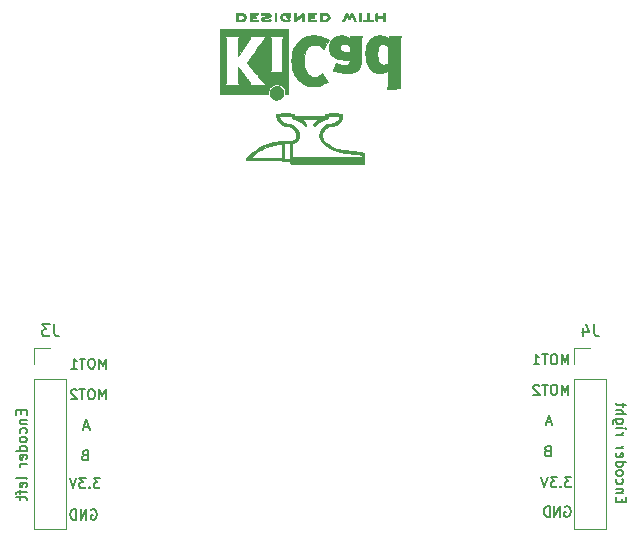
<source format=gbo>
G04 #@! TF.GenerationSoftware,KiCad,Pcbnew,(5.1.0)-1*
G04 #@! TF.CreationDate,2019-06-16T12:43:21+02:00*
G04 #@! TF.ProjectId,Micromouse,4d696372-6f6d-46f7-9573-652e6b696361,rev?*
G04 #@! TF.SameCoordinates,Original*
G04 #@! TF.FileFunction,Legend,Bot*
G04 #@! TF.FilePolarity,Positive*
%FSLAX46Y46*%
G04 Gerber Fmt 4.6, Leading zero omitted, Abs format (unit mm)*
G04 Created by KiCad (PCBNEW (5.1.0)-1) date 2019-06-16 12:43:21*
%MOMM*%
%LPD*%
G04 APERTURE LIST*
%ADD10C,0.200000*%
%ADD11C,0.010000*%
%ADD12C,0.120000*%
%ADD13C,0.150000*%
G04 APERTURE END LIST*
D10*
X132174225Y-118264770D02*
X132174225Y-118548103D01*
X132619463Y-118669532D02*
X132619463Y-118264770D01*
X131769463Y-118264770D01*
X131769463Y-118669532D01*
X132052797Y-119033818D02*
X132619463Y-119033818D01*
X132133749Y-119033818D02*
X132093273Y-119074294D01*
X132052797Y-119155246D01*
X132052797Y-119276675D01*
X132093273Y-119357627D01*
X132174225Y-119398103D01*
X132619463Y-119398103D01*
X132578987Y-120167151D02*
X132619463Y-120086199D01*
X132619463Y-119924294D01*
X132578987Y-119843341D01*
X132538511Y-119802865D01*
X132457559Y-119762389D01*
X132214701Y-119762389D01*
X132133749Y-119802865D01*
X132093273Y-119843341D01*
X132052797Y-119924294D01*
X132052797Y-120086199D01*
X132093273Y-120167151D01*
X132619463Y-120652865D02*
X132578987Y-120571913D01*
X132538511Y-120531437D01*
X132457559Y-120490960D01*
X132214701Y-120490960D01*
X132133749Y-120531437D01*
X132093273Y-120571913D01*
X132052797Y-120652865D01*
X132052797Y-120774294D01*
X132093273Y-120855246D01*
X132133749Y-120895722D01*
X132214701Y-120936199D01*
X132457559Y-120936199D01*
X132538511Y-120895722D01*
X132578987Y-120855246D01*
X132619463Y-120774294D01*
X132619463Y-120652865D01*
X132619463Y-121664770D02*
X131769463Y-121664770D01*
X132578987Y-121664770D02*
X132619463Y-121583818D01*
X132619463Y-121421913D01*
X132578987Y-121340960D01*
X132538511Y-121300484D01*
X132457559Y-121260008D01*
X132214701Y-121260008D01*
X132133749Y-121300484D01*
X132093273Y-121340960D01*
X132052797Y-121421913D01*
X132052797Y-121583818D01*
X132093273Y-121664770D01*
X132578987Y-122393341D02*
X132619463Y-122312389D01*
X132619463Y-122150484D01*
X132578987Y-122069532D01*
X132498035Y-122029056D01*
X132174225Y-122029056D01*
X132093273Y-122069532D01*
X132052797Y-122150484D01*
X132052797Y-122312389D01*
X132093273Y-122393341D01*
X132174225Y-122433818D01*
X132255178Y-122433818D01*
X132336130Y-122029056D01*
X132619463Y-122798103D02*
X132052797Y-122798103D01*
X132214701Y-122798103D02*
X132133749Y-122838580D01*
X132093273Y-122879056D01*
X132052797Y-122960008D01*
X132052797Y-123040960D01*
X132619463Y-124093341D02*
X132578987Y-124012389D01*
X132498035Y-123971913D01*
X131769463Y-123971913D01*
X132578987Y-124740960D02*
X132619463Y-124660008D01*
X132619463Y-124498103D01*
X132578987Y-124417151D01*
X132498035Y-124376675D01*
X132174225Y-124376675D01*
X132093273Y-124417151D01*
X132052797Y-124498103D01*
X132052797Y-124660008D01*
X132093273Y-124740960D01*
X132174225Y-124781437D01*
X132255178Y-124781437D01*
X132336130Y-124376675D01*
X132052797Y-125024294D02*
X132052797Y-125348103D01*
X132619463Y-125145722D02*
X131890892Y-125145722D01*
X131809940Y-125186199D01*
X131769463Y-125267151D01*
X131769463Y-125348103D01*
X132052797Y-125510008D02*
X132052797Y-125833818D01*
X131769463Y-125631437D02*
X132498035Y-125631437D01*
X132578987Y-125671913D01*
X132619463Y-125752865D01*
X132619463Y-125833818D01*
X182996594Y-126007931D02*
X182996594Y-125724598D01*
X182551356Y-125603169D02*
X182551356Y-126007931D01*
X183401356Y-126007931D01*
X183401356Y-125603169D01*
X183118022Y-125238883D02*
X182551356Y-125238883D01*
X183037070Y-125238883D02*
X183077546Y-125198407D01*
X183118022Y-125117455D01*
X183118022Y-124996026D01*
X183077546Y-124915074D01*
X182996594Y-124874598D01*
X182551356Y-124874598D01*
X182591832Y-124105550D02*
X182551356Y-124186502D01*
X182551356Y-124348407D01*
X182591832Y-124429360D01*
X182632308Y-124469836D01*
X182713260Y-124510312D01*
X182956118Y-124510312D01*
X183037070Y-124469836D01*
X183077546Y-124429360D01*
X183118022Y-124348407D01*
X183118022Y-124186502D01*
X183077546Y-124105550D01*
X182551356Y-123619836D02*
X182591832Y-123700788D01*
X182632308Y-123741264D01*
X182713260Y-123781740D01*
X182956118Y-123781740D01*
X183037070Y-123741264D01*
X183077546Y-123700788D01*
X183118022Y-123619836D01*
X183118022Y-123498407D01*
X183077546Y-123417455D01*
X183037070Y-123376979D01*
X182956118Y-123336502D01*
X182713260Y-123336502D01*
X182632308Y-123376979D01*
X182591832Y-123417455D01*
X182551356Y-123498407D01*
X182551356Y-123619836D01*
X182551356Y-122607931D02*
X183401356Y-122607931D01*
X182591832Y-122607931D02*
X182551356Y-122688883D01*
X182551356Y-122850788D01*
X182591832Y-122931740D01*
X182632308Y-122972217D01*
X182713260Y-123012693D01*
X182956118Y-123012693D01*
X183037070Y-122972217D01*
X183077546Y-122931740D01*
X183118022Y-122850788D01*
X183118022Y-122688883D01*
X183077546Y-122607931D01*
X182591832Y-121879360D02*
X182551356Y-121960312D01*
X182551356Y-122122217D01*
X182591832Y-122203169D01*
X182672784Y-122243645D01*
X182996594Y-122243645D01*
X183077546Y-122203169D01*
X183118022Y-122122217D01*
X183118022Y-121960312D01*
X183077546Y-121879360D01*
X182996594Y-121838883D01*
X182915641Y-121838883D01*
X182834689Y-122243645D01*
X182551356Y-121474598D02*
X183118022Y-121474598D01*
X182956118Y-121474598D02*
X183037070Y-121434121D01*
X183077546Y-121393645D01*
X183118022Y-121312693D01*
X183118022Y-121231740D01*
X182551356Y-120300788D02*
X183118022Y-120300788D01*
X182956118Y-120300788D02*
X183037070Y-120260312D01*
X183077546Y-120219836D01*
X183118022Y-120138883D01*
X183118022Y-120057931D01*
X182551356Y-119774598D02*
X183118022Y-119774598D01*
X183401356Y-119774598D02*
X183360880Y-119815074D01*
X183320403Y-119774598D01*
X183360880Y-119734121D01*
X183401356Y-119774598D01*
X183320403Y-119774598D01*
X183118022Y-119005550D02*
X182429927Y-119005550D01*
X182348975Y-119046026D01*
X182308499Y-119086502D01*
X182268022Y-119167455D01*
X182268022Y-119288883D01*
X182308499Y-119369836D01*
X182591832Y-119005550D02*
X182551356Y-119086502D01*
X182551356Y-119248407D01*
X182591832Y-119329360D01*
X182632308Y-119369836D01*
X182713260Y-119410312D01*
X182956118Y-119410312D01*
X183037070Y-119369836D01*
X183077546Y-119329360D01*
X183118022Y-119248407D01*
X183118022Y-119086502D01*
X183077546Y-119005550D01*
X182551356Y-118600788D02*
X183401356Y-118600788D01*
X182551356Y-118236502D02*
X182996594Y-118236502D01*
X183077546Y-118276979D01*
X183118022Y-118357931D01*
X183118022Y-118479360D01*
X183077546Y-118560312D01*
X183037070Y-118600788D01*
X183118022Y-117953169D02*
X183118022Y-117629360D01*
X183401356Y-117831740D02*
X182672784Y-117831740D01*
X182591832Y-117791264D01*
X182551356Y-117710312D01*
X182551356Y-117629360D01*
X177044800Y-119275286D02*
X176640039Y-119275286D01*
X177125753Y-119518143D02*
X176842420Y-118668143D01*
X176559086Y-119518143D01*
X176708045Y-121696725D02*
X176586617Y-121737201D01*
X176546140Y-121777678D01*
X176505664Y-121858630D01*
X176505664Y-121980059D01*
X176546140Y-122061011D01*
X176586617Y-122101487D01*
X176667569Y-122141963D01*
X176991379Y-122141963D01*
X176991379Y-121291963D01*
X176708045Y-121291963D01*
X176627093Y-121332440D01*
X176586617Y-121372916D01*
X176546140Y-121453868D01*
X176546140Y-121534820D01*
X176586617Y-121615773D01*
X176627093Y-121656249D01*
X176708045Y-121696725D01*
X176991379Y-121696725D01*
X178482442Y-116945123D02*
X178482442Y-116095123D01*
X178199109Y-116702266D01*
X177915776Y-116095123D01*
X177915776Y-116945123D01*
X177349109Y-116095123D02*
X177187204Y-116095123D01*
X177106252Y-116135600D01*
X177025300Y-116216552D01*
X176984823Y-116378457D01*
X176984823Y-116661790D01*
X177025300Y-116823695D01*
X177106252Y-116904647D01*
X177187204Y-116945123D01*
X177349109Y-116945123D01*
X177430061Y-116904647D01*
X177511014Y-116823695D01*
X177551490Y-116661790D01*
X177551490Y-116378457D01*
X177511014Y-116216552D01*
X177430061Y-116135600D01*
X177349109Y-116095123D01*
X176741966Y-116095123D02*
X176256252Y-116095123D01*
X176499109Y-116945123D02*
X176499109Y-116095123D01*
X176013395Y-116176076D02*
X175972919Y-116135600D01*
X175891966Y-116095123D01*
X175689585Y-116095123D01*
X175608633Y-116135600D01*
X175568157Y-116176076D01*
X175527680Y-116257028D01*
X175527680Y-116337980D01*
X175568157Y-116459409D01*
X176053871Y-116945123D01*
X175527680Y-116945123D01*
X178500222Y-114364483D02*
X178500222Y-113514483D01*
X178216889Y-114121626D01*
X177933556Y-113514483D01*
X177933556Y-114364483D01*
X177366889Y-113514483D02*
X177204984Y-113514483D01*
X177124032Y-113554960D01*
X177043080Y-113635912D01*
X177002603Y-113797817D01*
X177002603Y-114081150D01*
X177043080Y-114243055D01*
X177124032Y-114324007D01*
X177204984Y-114364483D01*
X177366889Y-114364483D01*
X177447841Y-114324007D01*
X177528794Y-114243055D01*
X177569270Y-114081150D01*
X177569270Y-113797817D01*
X177528794Y-113635912D01*
X177447841Y-113554960D01*
X177366889Y-113514483D01*
X176759746Y-113514483D02*
X176274032Y-113514483D01*
X176516889Y-114364483D02*
X176516889Y-113514483D01*
X175545460Y-114364483D02*
X176031175Y-114364483D01*
X175788318Y-114364483D02*
X175788318Y-113514483D01*
X175869270Y-113635912D01*
X175950222Y-113716864D01*
X176031175Y-113757340D01*
X139341042Y-114722623D02*
X139341042Y-113872623D01*
X139057709Y-114479766D01*
X138774376Y-113872623D01*
X138774376Y-114722623D01*
X138207709Y-113872623D02*
X138045804Y-113872623D01*
X137964852Y-113913100D01*
X137883900Y-113994052D01*
X137843423Y-114155957D01*
X137843423Y-114439290D01*
X137883900Y-114601195D01*
X137964852Y-114682147D01*
X138045804Y-114722623D01*
X138207709Y-114722623D01*
X138288661Y-114682147D01*
X138369614Y-114601195D01*
X138410090Y-114439290D01*
X138410090Y-114155957D01*
X138369614Y-113994052D01*
X138288661Y-113913100D01*
X138207709Y-113872623D01*
X137600566Y-113872623D02*
X137114852Y-113872623D01*
X137357709Y-114722623D02*
X137357709Y-113872623D01*
X136386280Y-114722623D02*
X136871995Y-114722623D01*
X136629138Y-114722623D02*
X136629138Y-113872623D01*
X136710090Y-113994052D01*
X136791042Y-114075004D01*
X136871995Y-114115480D01*
X139323262Y-117303263D02*
X139323262Y-116453263D01*
X139039929Y-117060406D01*
X138756596Y-116453263D01*
X138756596Y-117303263D01*
X138189929Y-116453263D02*
X138028024Y-116453263D01*
X137947072Y-116493740D01*
X137866120Y-116574692D01*
X137825643Y-116736597D01*
X137825643Y-117019930D01*
X137866120Y-117181835D01*
X137947072Y-117262787D01*
X138028024Y-117303263D01*
X138189929Y-117303263D01*
X138270881Y-117262787D01*
X138351834Y-117181835D01*
X138392310Y-117019930D01*
X138392310Y-116736597D01*
X138351834Y-116574692D01*
X138270881Y-116493740D01*
X138189929Y-116453263D01*
X137582786Y-116453263D02*
X137097072Y-116453263D01*
X137339929Y-117303263D02*
X137339929Y-116453263D01*
X136854215Y-116534216D02*
X136813739Y-116493740D01*
X136732786Y-116453263D01*
X136530405Y-116453263D01*
X136449453Y-116493740D01*
X136408977Y-116534216D01*
X136368500Y-116615168D01*
X136368500Y-116696120D01*
X136408977Y-116817549D01*
X136894691Y-117303263D01*
X136368500Y-117303263D01*
X137885620Y-119633426D02*
X137480859Y-119633426D01*
X137966573Y-119876283D02*
X137683240Y-119026283D01*
X137399906Y-119876283D01*
X137548865Y-122054865D02*
X137427437Y-122095341D01*
X137386960Y-122135818D01*
X137346484Y-122216770D01*
X137346484Y-122338199D01*
X137386960Y-122419151D01*
X137427437Y-122459627D01*
X137508389Y-122500103D01*
X137832199Y-122500103D01*
X137832199Y-121650103D01*
X137548865Y-121650103D01*
X137467913Y-121690580D01*
X137427437Y-121731056D01*
X137386960Y-121812008D01*
X137386960Y-121892960D01*
X137427437Y-121973913D01*
X137467913Y-122014389D01*
X137548865Y-122054865D01*
X137832199Y-122054865D01*
X138828781Y-124002143D02*
X138302591Y-124002143D01*
X138585924Y-124325953D01*
X138464496Y-124325953D01*
X138383543Y-124366429D01*
X138343067Y-124406905D01*
X138302591Y-124487858D01*
X138302591Y-124690239D01*
X138343067Y-124771191D01*
X138383543Y-124811667D01*
X138464496Y-124852143D01*
X138707353Y-124852143D01*
X138788305Y-124811667D01*
X138828781Y-124771191D01*
X137938305Y-124771191D02*
X137897829Y-124811667D01*
X137938305Y-124852143D01*
X137978781Y-124811667D01*
X137938305Y-124771191D01*
X137938305Y-124852143D01*
X137614496Y-124002143D02*
X137088305Y-124002143D01*
X137371639Y-124325953D01*
X137250210Y-124325953D01*
X137169258Y-124366429D01*
X137128781Y-124406905D01*
X137088305Y-124487858D01*
X137088305Y-124690239D01*
X137128781Y-124771191D01*
X137169258Y-124811667D01*
X137250210Y-124852143D01*
X137493067Y-124852143D01*
X137574020Y-124811667D01*
X137614496Y-124771191D01*
X136845448Y-124002143D02*
X136562115Y-124852143D01*
X136278781Y-124002143D01*
X138092099Y-126689300D02*
X138173051Y-126648823D01*
X138294480Y-126648823D01*
X138415908Y-126689300D01*
X138496860Y-126770252D01*
X138537337Y-126851204D01*
X138577813Y-127013109D01*
X138577813Y-127134538D01*
X138537337Y-127296442D01*
X138496860Y-127377395D01*
X138415908Y-127458347D01*
X138294480Y-127498823D01*
X138213527Y-127498823D01*
X138092099Y-127458347D01*
X138051622Y-127417871D01*
X138051622Y-127134538D01*
X138213527Y-127134538D01*
X137687337Y-127498823D02*
X137687337Y-126648823D01*
X137201622Y-127498823D01*
X137201622Y-126648823D01*
X136796860Y-127498823D02*
X136796860Y-126648823D01*
X136594480Y-126648823D01*
X136473051Y-126689300D01*
X136392099Y-126770252D01*
X136351622Y-126851204D01*
X136311146Y-127013109D01*
X136311146Y-127134538D01*
X136351622Y-127296442D01*
X136392099Y-127377395D01*
X136473051Y-127458347D01*
X136594480Y-127498823D01*
X136796860Y-127498823D01*
X178203779Y-126432760D02*
X178284731Y-126392283D01*
X178406160Y-126392283D01*
X178527588Y-126432760D01*
X178608540Y-126513712D01*
X178649017Y-126594664D01*
X178689493Y-126756569D01*
X178689493Y-126877998D01*
X178649017Y-127039902D01*
X178608540Y-127120855D01*
X178527588Y-127201807D01*
X178406160Y-127242283D01*
X178325207Y-127242283D01*
X178203779Y-127201807D01*
X178163302Y-127161331D01*
X178163302Y-126877998D01*
X178325207Y-126877998D01*
X177799017Y-127242283D02*
X177799017Y-126392283D01*
X177313302Y-127242283D01*
X177313302Y-126392283D01*
X176908540Y-127242283D02*
X176908540Y-126392283D01*
X176706160Y-126392283D01*
X176584731Y-126432760D01*
X176503779Y-126513712D01*
X176463302Y-126594664D01*
X176422826Y-126756569D01*
X176422826Y-126877998D01*
X176463302Y-127039902D01*
X176503779Y-127120855D01*
X176584731Y-127201807D01*
X176706160Y-127242283D01*
X176908540Y-127242283D01*
X178732181Y-123925943D02*
X178205991Y-123925943D01*
X178489324Y-124249753D01*
X178367896Y-124249753D01*
X178286943Y-124290229D01*
X178246467Y-124330705D01*
X178205991Y-124411658D01*
X178205991Y-124614039D01*
X178246467Y-124694991D01*
X178286943Y-124735467D01*
X178367896Y-124775943D01*
X178610753Y-124775943D01*
X178691705Y-124735467D01*
X178732181Y-124694991D01*
X177841705Y-124694991D02*
X177801229Y-124735467D01*
X177841705Y-124775943D01*
X177882181Y-124735467D01*
X177841705Y-124694991D01*
X177841705Y-124775943D01*
X177517896Y-123925943D02*
X176991705Y-123925943D01*
X177275039Y-124249753D01*
X177153610Y-124249753D01*
X177072658Y-124290229D01*
X177032181Y-124330705D01*
X176991705Y-124411658D01*
X176991705Y-124614039D01*
X177032181Y-124694991D01*
X177072658Y-124735467D01*
X177153610Y-124775943D01*
X177396467Y-124775943D01*
X177477420Y-124735467D01*
X177517896Y-124694991D01*
X176748848Y-123925943D02*
X176465515Y-124775943D01*
X176182181Y-123925943D01*
D11*
G36*
X158482771Y-97379666D02*
G01*
X158853719Y-97379572D01*
X159189151Y-97379395D01*
X159490848Y-97379117D01*
X159760589Y-97378721D01*
X160000157Y-97378187D01*
X160211331Y-97377500D01*
X160395891Y-97376641D01*
X160555618Y-97375593D01*
X160692294Y-97374338D01*
X160807697Y-97372858D01*
X160903609Y-97371137D01*
X160981811Y-97369156D01*
X161044082Y-97366898D01*
X161092203Y-97364345D01*
X161127956Y-97361479D01*
X161153119Y-97358284D01*
X161169474Y-97354741D01*
X161178802Y-97350833D01*
X161181143Y-97348989D01*
X161191878Y-97319118D01*
X161200615Y-97257647D01*
X161207326Y-97171617D01*
X161211986Y-97068065D01*
X161214567Y-96954030D01*
X161215043Y-96836551D01*
X161213388Y-96722666D01*
X161209576Y-96619415D01*
X161203578Y-96533836D01*
X161195370Y-96472967D01*
X161184924Y-96443847D01*
X161184556Y-96443521D01*
X161160055Y-96436623D01*
X161100736Y-96425857D01*
X161010604Y-96411784D01*
X160893666Y-96394967D01*
X160753928Y-96375967D01*
X160595396Y-96355347D01*
X160422077Y-96333668D01*
X160271133Y-96315423D01*
X160084228Y-96293064D01*
X159905100Y-96271410D01*
X159738362Y-96251036D01*
X159588630Y-96232516D01*
X159460517Y-96216423D01*
X159358638Y-96203330D01*
X159287605Y-96193811D01*
X159258000Y-96189468D01*
X159064275Y-96148215D01*
X158865522Y-96087605D01*
X158666720Y-96010548D01*
X158472850Y-95919952D01*
X158288891Y-95818727D01*
X158119825Y-95709781D01*
X157970632Y-95596025D01*
X157846291Y-95480367D01*
X157751783Y-95365716D01*
X157703019Y-95281144D01*
X157651039Y-95124128D01*
X157634851Y-94965274D01*
X157651910Y-94809431D01*
X157699675Y-94661450D01*
X157775600Y-94526182D01*
X157877144Y-94408477D01*
X158001763Y-94313185D01*
X158146913Y-94245156D01*
X158261538Y-94215980D01*
X158335992Y-94203930D01*
X158429435Y-94189825D01*
X158522101Y-94176645D01*
X158525307Y-94176207D01*
X158710657Y-94133375D01*
X158875989Y-94057501D01*
X159024153Y-93947234D01*
X159041498Y-93931069D01*
X159154405Y-93800413D01*
X159243596Y-93649975D01*
X159304919Y-93488995D01*
X159334219Y-93326715D01*
X159336154Y-93275539D01*
X159336075Y-93235222D01*
X159333357Y-93202564D01*
X159324281Y-93176759D01*
X159305124Y-93157002D01*
X159272166Y-93142485D01*
X159221685Y-93132403D01*
X159149961Y-93125950D01*
X159053272Y-93122319D01*
X158927898Y-93120705D01*
X158770118Y-93120301D01*
X158619605Y-93120308D01*
X158434470Y-93120325D01*
X158284672Y-93120912D01*
X158166474Y-93122876D01*
X158076135Y-93127022D01*
X158009918Y-93134156D01*
X157964084Y-93145083D01*
X157934894Y-93160610D01*
X157918609Y-93181542D01*
X157911491Y-93208685D01*
X157909800Y-93242844D01*
X157909846Y-93273270D01*
X157909846Y-93354770D01*
X155272154Y-93354770D01*
X155272154Y-93268242D01*
X155272237Y-93230643D01*
X155270067Y-93200016D01*
X155262015Y-93175645D01*
X155244451Y-93156819D01*
X155213748Y-93142822D01*
X155166276Y-93132942D01*
X155098406Y-93126464D01*
X155006508Y-93122675D01*
X154886955Y-93120861D01*
X154736116Y-93120310D01*
X154550364Y-93120305D01*
X154519923Y-93120308D01*
X154334578Y-93120487D01*
X154184463Y-93121132D01*
X154065732Y-93122408D01*
X153974538Y-93124478D01*
X153907036Y-93127506D01*
X153859379Y-93131655D01*
X153827722Y-93137089D01*
X153808219Y-93143972D01*
X153798395Y-93151011D01*
X153776812Y-93196182D01*
X153768437Y-93269701D01*
X153772154Y-93341454D01*
X153982615Y-93341454D01*
X154001322Y-93339829D01*
X154054118Y-93338362D01*
X154136014Y-93337111D01*
X154242022Y-93336134D01*
X154367155Y-93335489D01*
X154506424Y-93335233D01*
X154519923Y-93335231D01*
X155057230Y-93335231D01*
X155057230Y-93409651D01*
X155063454Y-93467364D01*
X155078727Y-93511926D01*
X155081654Y-93516326D01*
X155110682Y-93536561D01*
X155167066Y-93562735D01*
X155240521Y-93590288D01*
X155270775Y-93600172D01*
X155487744Y-93676155D01*
X155675808Y-93758695D01*
X155832721Y-93846446D01*
X155956235Y-93938062D01*
X156044104Y-94032196D01*
X156075257Y-94082265D01*
X156117475Y-94137211D01*
X156168454Y-94166568D01*
X156219343Y-94170586D01*
X156261290Y-94149515D01*
X156285443Y-94103608D01*
X156288154Y-94076227D01*
X156270992Y-93985413D01*
X156218800Y-93892994D01*
X156130518Y-93797671D01*
X156005087Y-93698147D01*
X155947147Y-93658750D01*
X155811294Y-93569693D01*
X156601685Y-93570475D01*
X156797939Y-93570759D01*
X156958332Y-93571278D01*
X157086077Y-93572169D01*
X157184391Y-93573571D01*
X157256488Y-93575623D01*
X157305583Y-93578462D01*
X157334892Y-93582226D01*
X157347628Y-93587055D01*
X157347007Y-93593086D01*
X157336245Y-93600457D01*
X157333461Y-93601947D01*
X157222819Y-93668206D01*
X157118640Y-93745876D01*
X157027506Y-93828706D01*
X156956003Y-93910446D01*
X156910713Y-93984848D01*
X156901105Y-94012352D01*
X156896660Y-94083366D01*
X156919168Y-94138179D01*
X156965016Y-94168059D01*
X156965552Y-94168195D01*
X157018107Y-94171462D01*
X157061995Y-94148158D01*
X157104773Y-94093358D01*
X157119890Y-94067602D01*
X157186765Y-93980782D01*
X157288863Y-93893360D01*
X157422434Y-93807600D01*
X157583731Y-93725764D01*
X157769005Y-93650116D01*
X157868434Y-93615656D01*
X157954250Y-93586443D01*
X158027462Y-93559476D01*
X158079277Y-93538120D01*
X158099493Y-93527270D01*
X158115094Y-93495965D01*
X158123983Y-93442551D01*
X158124769Y-93420762D01*
X158124769Y-93335231D01*
X159117077Y-93335231D01*
X159098590Y-93417509D01*
X159052150Y-93546098D01*
X158975052Y-93671608D01*
X158875126Y-93784201D01*
X158760202Y-93874036D01*
X158714687Y-93899926D01*
X158653474Y-93923726D01*
X158571673Y-93946039D01*
X158492104Y-93961192D01*
X158394711Y-93975147D01*
X158288167Y-93990366D01*
X158213954Y-94000935D01*
X158050157Y-94043076D01*
X157893194Y-94119288D01*
X157750019Y-94224563D01*
X157627584Y-94353895D01*
X157541875Y-94484841D01*
X157492880Y-94582534D01*
X157460278Y-94665626D01*
X157438363Y-94751741D01*
X157421774Y-94855930D01*
X157416600Y-95038008D01*
X157447758Y-95218462D01*
X157512871Y-95390344D01*
X157609560Y-95546707D01*
X157689618Y-95638131D01*
X157892279Y-95816320D01*
X158124532Y-95979260D01*
X158378572Y-96123035D01*
X158646594Y-96243729D01*
X158920793Y-96337426D01*
X159193364Y-96400210D01*
X159216026Y-96403967D01*
X159256606Y-96409731D01*
X159329118Y-96419247D01*
X159428709Y-96431928D01*
X159550526Y-96447186D01*
X159689716Y-96464433D01*
X159841427Y-96483081D01*
X160000805Y-96502541D01*
X160162998Y-96522227D01*
X160323152Y-96541549D01*
X160476416Y-96559920D01*
X160617935Y-96576751D01*
X160742857Y-96591456D01*
X160846330Y-96603445D01*
X160923500Y-96612131D01*
X160969515Y-96616926D01*
X160979950Y-96617693D01*
X160989246Y-96635362D01*
X160995411Y-96680940D01*
X160996923Y-96725154D01*
X160996923Y-96832616D01*
X155135384Y-96832616D01*
X155135384Y-95644667D01*
X155233316Y-95621174D01*
X155353984Y-95573670D01*
X155466700Y-95494771D01*
X155563259Y-95392154D01*
X155635455Y-95273502D01*
X155654316Y-95227168D01*
X155671914Y-95149465D01*
X155681643Y-95047226D01*
X155683298Y-94934233D01*
X155676678Y-94824267D01*
X155661616Y-94731261D01*
X155599921Y-94554534D01*
X155506614Y-94394497D01*
X155386155Y-94255261D01*
X155243000Y-94140941D01*
X155081608Y-94055650D01*
X154906436Y-94003502D01*
X154865612Y-93996761D01*
X154770772Y-93983383D01*
X154665692Y-93968539D01*
X154602165Y-93959554D01*
X154440280Y-93917933D01*
X154296736Y-93843328D01*
X154175354Y-93739037D01*
X154079957Y-93608356D01*
X154014368Y-93454584D01*
X154013570Y-93451913D01*
X153996608Y-93393774D01*
X153985365Y-93353271D01*
X153982615Y-93341454D01*
X153772154Y-93341454D01*
X153773278Y-93363138D01*
X153791341Y-93468064D01*
X153798130Y-93495903D01*
X153862306Y-93667692D01*
X153959521Y-93823203D01*
X154085262Y-93956969D01*
X154235018Y-94063525D01*
X154290760Y-94092658D01*
X154361727Y-94123925D01*
X154431372Y-94147584D01*
X154510766Y-94166447D01*
X154610980Y-94183326D01*
X154691298Y-94194404D01*
X154820713Y-94213417D01*
X154919203Y-94233103D01*
X154994903Y-94255383D01*
X155049886Y-94279044D01*
X155185012Y-94368807D01*
X155298249Y-94486902D01*
X155385396Y-94626817D01*
X155442250Y-94782037D01*
X155463562Y-94920166D01*
X155463873Y-95043281D01*
X155446454Y-95140814D01*
X155408227Y-95223412D01*
X155356476Y-95290490D01*
X155320636Y-95327357D01*
X155283788Y-95356772D01*
X155241048Y-95379693D01*
X155187533Y-95397080D01*
X155118360Y-95409892D01*
X155028646Y-95419090D01*
X154913509Y-95425633D01*
X154768064Y-95430480D01*
X154627384Y-95433765D01*
X154295212Y-95446556D01*
X153993851Y-95471210D01*
X153716430Y-95509241D01*
X153456077Y-95562163D01*
X153205923Y-95631492D01*
X152959095Y-95718740D01*
X152708723Y-95825424D01*
X152585615Y-95883811D01*
X152253556Y-96061272D01*
X151949561Y-96256870D01*
X151664380Y-96477130D01*
X151389911Y-96727454D01*
X151312778Y-96804686D01*
X151260379Y-96861510D01*
X151252639Y-96871693D01*
X151562747Y-96871693D01*
X151673642Y-96767556D01*
X151839924Y-96622812D01*
X152031598Y-96475085D01*
X152236663Y-96332731D01*
X152443115Y-96204105D01*
X152628729Y-96102673D01*
X152931875Y-95967272D01*
X153259680Y-95851856D01*
X153601632Y-95759385D01*
X153947218Y-95692817D01*
X154192654Y-95662564D01*
X154199800Y-95670085D01*
X154205506Y-95696293D01*
X154209903Y-95744459D01*
X154213125Y-95817857D01*
X154215303Y-95919760D01*
X154216571Y-96053441D01*
X154217060Y-96222173D01*
X154217077Y-96266000D01*
X154217077Y-96871693D01*
X151562747Y-96871693D01*
X151252639Y-96871693D01*
X151228370Y-96903621D01*
X151212410Y-96936717D01*
X151208154Y-96965888D01*
X151208098Y-96969385D01*
X154432000Y-96969385D01*
X154432000Y-95640770D01*
X154920461Y-95640770D01*
X154920461Y-96969385D01*
X154432000Y-96969385D01*
X151208098Y-96969385D01*
X151207798Y-96987981D01*
X151208420Y-97007205D01*
X151212559Y-97023759D01*
X151222751Y-97037841D01*
X151241534Y-97049652D01*
X151271445Y-97059390D01*
X151315021Y-97067255D01*
X151374800Y-97073445D01*
X151453319Y-97078161D01*
X151553115Y-97081601D01*
X151676725Y-97083965D01*
X151826687Y-97085452D01*
X152005537Y-97086262D01*
X152215814Y-97086592D01*
X152460054Y-97086644D01*
X152740795Y-97086616D01*
X154195762Y-97086616D01*
X154244608Y-97135462D01*
X154264129Y-97153708D01*
X154281640Y-97164770D01*
X155135384Y-97164770D01*
X155135384Y-97047539D01*
X160996923Y-97047539D01*
X160996923Y-97164770D01*
X155135384Y-97164770D01*
X154281640Y-97164770D01*
X154284745Y-97166731D01*
X154312987Y-97175410D01*
X154355389Y-97180627D01*
X154418483Y-97183261D01*
X154508803Y-97184194D01*
X154606958Y-97184308D01*
X154920461Y-97184308D01*
X154920461Y-97242923D01*
X154933710Y-97300293D01*
X154959538Y-97340616D01*
X154965157Y-97345766D01*
X154972436Y-97350443D01*
X154983198Y-97354669D01*
X154999264Y-97358467D01*
X155022454Y-97361860D01*
X155054589Y-97364870D01*
X155097491Y-97367521D01*
X155152980Y-97369836D01*
X155222879Y-97371837D01*
X155309006Y-97373547D01*
X155413185Y-97374989D01*
X155537236Y-97376186D01*
X155682979Y-97377160D01*
X155852237Y-97377935D01*
X156046829Y-97378533D01*
X156268577Y-97378977D01*
X156519303Y-97379291D01*
X156800827Y-97379496D01*
X157114970Y-97379616D01*
X157463553Y-97379673D01*
X157848398Y-97379691D01*
X158074527Y-97379693D01*
X158482771Y-97379666D01*
X158482771Y-97379666D01*
G37*
X158482771Y-97379666D02*
X158853719Y-97379572D01*
X159189151Y-97379395D01*
X159490848Y-97379117D01*
X159760589Y-97378721D01*
X160000157Y-97378187D01*
X160211331Y-97377500D01*
X160395891Y-97376641D01*
X160555618Y-97375593D01*
X160692294Y-97374338D01*
X160807697Y-97372858D01*
X160903609Y-97371137D01*
X160981811Y-97369156D01*
X161044082Y-97366898D01*
X161092203Y-97364345D01*
X161127956Y-97361479D01*
X161153119Y-97358284D01*
X161169474Y-97354741D01*
X161178802Y-97350833D01*
X161181143Y-97348989D01*
X161191878Y-97319118D01*
X161200615Y-97257647D01*
X161207326Y-97171617D01*
X161211986Y-97068065D01*
X161214567Y-96954030D01*
X161215043Y-96836551D01*
X161213388Y-96722666D01*
X161209576Y-96619415D01*
X161203578Y-96533836D01*
X161195370Y-96472967D01*
X161184924Y-96443847D01*
X161184556Y-96443521D01*
X161160055Y-96436623D01*
X161100736Y-96425857D01*
X161010604Y-96411784D01*
X160893666Y-96394967D01*
X160753928Y-96375967D01*
X160595396Y-96355347D01*
X160422077Y-96333668D01*
X160271133Y-96315423D01*
X160084228Y-96293064D01*
X159905100Y-96271410D01*
X159738362Y-96251036D01*
X159588630Y-96232516D01*
X159460517Y-96216423D01*
X159358638Y-96203330D01*
X159287605Y-96193811D01*
X159258000Y-96189468D01*
X159064275Y-96148215D01*
X158865522Y-96087605D01*
X158666720Y-96010548D01*
X158472850Y-95919952D01*
X158288891Y-95818727D01*
X158119825Y-95709781D01*
X157970632Y-95596025D01*
X157846291Y-95480367D01*
X157751783Y-95365716D01*
X157703019Y-95281144D01*
X157651039Y-95124128D01*
X157634851Y-94965274D01*
X157651910Y-94809431D01*
X157699675Y-94661450D01*
X157775600Y-94526182D01*
X157877144Y-94408477D01*
X158001763Y-94313185D01*
X158146913Y-94245156D01*
X158261538Y-94215980D01*
X158335992Y-94203930D01*
X158429435Y-94189825D01*
X158522101Y-94176645D01*
X158525307Y-94176207D01*
X158710657Y-94133375D01*
X158875989Y-94057501D01*
X159024153Y-93947234D01*
X159041498Y-93931069D01*
X159154405Y-93800413D01*
X159243596Y-93649975D01*
X159304919Y-93488995D01*
X159334219Y-93326715D01*
X159336154Y-93275539D01*
X159336075Y-93235222D01*
X159333357Y-93202564D01*
X159324281Y-93176759D01*
X159305124Y-93157002D01*
X159272166Y-93142485D01*
X159221685Y-93132403D01*
X159149961Y-93125950D01*
X159053272Y-93122319D01*
X158927898Y-93120705D01*
X158770118Y-93120301D01*
X158619605Y-93120308D01*
X158434470Y-93120325D01*
X158284672Y-93120912D01*
X158166474Y-93122876D01*
X158076135Y-93127022D01*
X158009918Y-93134156D01*
X157964084Y-93145083D01*
X157934894Y-93160610D01*
X157918609Y-93181542D01*
X157911491Y-93208685D01*
X157909800Y-93242844D01*
X157909846Y-93273270D01*
X157909846Y-93354770D01*
X155272154Y-93354770D01*
X155272154Y-93268242D01*
X155272237Y-93230643D01*
X155270067Y-93200016D01*
X155262015Y-93175645D01*
X155244451Y-93156819D01*
X155213748Y-93142822D01*
X155166276Y-93132942D01*
X155098406Y-93126464D01*
X155006508Y-93122675D01*
X154886955Y-93120861D01*
X154736116Y-93120310D01*
X154550364Y-93120305D01*
X154519923Y-93120308D01*
X154334578Y-93120487D01*
X154184463Y-93121132D01*
X154065732Y-93122408D01*
X153974538Y-93124478D01*
X153907036Y-93127506D01*
X153859379Y-93131655D01*
X153827722Y-93137089D01*
X153808219Y-93143972D01*
X153798395Y-93151011D01*
X153776812Y-93196182D01*
X153768437Y-93269701D01*
X153772154Y-93341454D01*
X153982615Y-93341454D01*
X154001322Y-93339829D01*
X154054118Y-93338362D01*
X154136014Y-93337111D01*
X154242022Y-93336134D01*
X154367155Y-93335489D01*
X154506424Y-93335233D01*
X154519923Y-93335231D01*
X155057230Y-93335231D01*
X155057230Y-93409651D01*
X155063454Y-93467364D01*
X155078727Y-93511926D01*
X155081654Y-93516326D01*
X155110682Y-93536561D01*
X155167066Y-93562735D01*
X155240521Y-93590288D01*
X155270775Y-93600172D01*
X155487744Y-93676155D01*
X155675808Y-93758695D01*
X155832721Y-93846446D01*
X155956235Y-93938062D01*
X156044104Y-94032196D01*
X156075257Y-94082265D01*
X156117475Y-94137211D01*
X156168454Y-94166568D01*
X156219343Y-94170586D01*
X156261290Y-94149515D01*
X156285443Y-94103608D01*
X156288154Y-94076227D01*
X156270992Y-93985413D01*
X156218800Y-93892994D01*
X156130518Y-93797671D01*
X156005087Y-93698147D01*
X155947147Y-93658750D01*
X155811294Y-93569693D01*
X156601685Y-93570475D01*
X156797939Y-93570759D01*
X156958332Y-93571278D01*
X157086077Y-93572169D01*
X157184391Y-93573571D01*
X157256488Y-93575623D01*
X157305583Y-93578462D01*
X157334892Y-93582226D01*
X157347628Y-93587055D01*
X157347007Y-93593086D01*
X157336245Y-93600457D01*
X157333461Y-93601947D01*
X157222819Y-93668206D01*
X157118640Y-93745876D01*
X157027506Y-93828706D01*
X156956003Y-93910446D01*
X156910713Y-93984848D01*
X156901105Y-94012352D01*
X156896660Y-94083366D01*
X156919168Y-94138179D01*
X156965016Y-94168059D01*
X156965552Y-94168195D01*
X157018107Y-94171462D01*
X157061995Y-94148158D01*
X157104773Y-94093358D01*
X157119890Y-94067602D01*
X157186765Y-93980782D01*
X157288863Y-93893360D01*
X157422434Y-93807600D01*
X157583731Y-93725764D01*
X157769005Y-93650116D01*
X157868434Y-93615656D01*
X157954250Y-93586443D01*
X158027462Y-93559476D01*
X158079277Y-93538120D01*
X158099493Y-93527270D01*
X158115094Y-93495965D01*
X158123983Y-93442551D01*
X158124769Y-93420762D01*
X158124769Y-93335231D01*
X159117077Y-93335231D01*
X159098590Y-93417509D01*
X159052150Y-93546098D01*
X158975052Y-93671608D01*
X158875126Y-93784201D01*
X158760202Y-93874036D01*
X158714687Y-93899926D01*
X158653474Y-93923726D01*
X158571673Y-93946039D01*
X158492104Y-93961192D01*
X158394711Y-93975147D01*
X158288167Y-93990366D01*
X158213954Y-94000935D01*
X158050157Y-94043076D01*
X157893194Y-94119288D01*
X157750019Y-94224563D01*
X157627584Y-94353895D01*
X157541875Y-94484841D01*
X157492880Y-94582534D01*
X157460278Y-94665626D01*
X157438363Y-94751741D01*
X157421774Y-94855930D01*
X157416600Y-95038008D01*
X157447758Y-95218462D01*
X157512871Y-95390344D01*
X157609560Y-95546707D01*
X157689618Y-95638131D01*
X157892279Y-95816320D01*
X158124532Y-95979260D01*
X158378572Y-96123035D01*
X158646594Y-96243729D01*
X158920793Y-96337426D01*
X159193364Y-96400210D01*
X159216026Y-96403967D01*
X159256606Y-96409731D01*
X159329118Y-96419247D01*
X159428709Y-96431928D01*
X159550526Y-96447186D01*
X159689716Y-96464433D01*
X159841427Y-96483081D01*
X160000805Y-96502541D01*
X160162998Y-96522227D01*
X160323152Y-96541549D01*
X160476416Y-96559920D01*
X160617935Y-96576751D01*
X160742857Y-96591456D01*
X160846330Y-96603445D01*
X160923500Y-96612131D01*
X160969515Y-96616926D01*
X160979950Y-96617693D01*
X160989246Y-96635362D01*
X160995411Y-96680940D01*
X160996923Y-96725154D01*
X160996923Y-96832616D01*
X155135384Y-96832616D01*
X155135384Y-95644667D01*
X155233316Y-95621174D01*
X155353984Y-95573670D01*
X155466700Y-95494771D01*
X155563259Y-95392154D01*
X155635455Y-95273502D01*
X155654316Y-95227168D01*
X155671914Y-95149465D01*
X155681643Y-95047226D01*
X155683298Y-94934233D01*
X155676678Y-94824267D01*
X155661616Y-94731261D01*
X155599921Y-94554534D01*
X155506614Y-94394497D01*
X155386155Y-94255261D01*
X155243000Y-94140941D01*
X155081608Y-94055650D01*
X154906436Y-94003502D01*
X154865612Y-93996761D01*
X154770772Y-93983383D01*
X154665692Y-93968539D01*
X154602165Y-93959554D01*
X154440280Y-93917933D01*
X154296736Y-93843328D01*
X154175354Y-93739037D01*
X154079957Y-93608356D01*
X154014368Y-93454584D01*
X154013570Y-93451913D01*
X153996608Y-93393774D01*
X153985365Y-93353271D01*
X153982615Y-93341454D01*
X153772154Y-93341454D01*
X153773278Y-93363138D01*
X153791341Y-93468064D01*
X153798130Y-93495903D01*
X153862306Y-93667692D01*
X153959521Y-93823203D01*
X154085262Y-93956969D01*
X154235018Y-94063525D01*
X154290760Y-94092658D01*
X154361727Y-94123925D01*
X154431372Y-94147584D01*
X154510766Y-94166447D01*
X154610980Y-94183326D01*
X154691298Y-94194404D01*
X154820713Y-94213417D01*
X154919203Y-94233103D01*
X154994903Y-94255383D01*
X155049886Y-94279044D01*
X155185012Y-94368807D01*
X155298249Y-94486902D01*
X155385396Y-94626817D01*
X155442250Y-94782037D01*
X155463562Y-94920166D01*
X155463873Y-95043281D01*
X155446454Y-95140814D01*
X155408227Y-95223412D01*
X155356476Y-95290490D01*
X155320636Y-95327357D01*
X155283788Y-95356772D01*
X155241048Y-95379693D01*
X155187533Y-95397080D01*
X155118360Y-95409892D01*
X155028646Y-95419090D01*
X154913509Y-95425633D01*
X154768064Y-95430480D01*
X154627384Y-95433765D01*
X154295212Y-95446556D01*
X153993851Y-95471210D01*
X153716430Y-95509241D01*
X153456077Y-95562163D01*
X153205923Y-95631492D01*
X152959095Y-95718740D01*
X152708723Y-95825424D01*
X152585615Y-95883811D01*
X152253556Y-96061272D01*
X151949561Y-96256870D01*
X151664380Y-96477130D01*
X151389911Y-96727454D01*
X151312778Y-96804686D01*
X151260379Y-96861510D01*
X151252639Y-96871693D01*
X151562747Y-96871693D01*
X151673642Y-96767556D01*
X151839924Y-96622812D01*
X152031598Y-96475085D01*
X152236663Y-96332731D01*
X152443115Y-96204105D01*
X152628729Y-96102673D01*
X152931875Y-95967272D01*
X153259680Y-95851856D01*
X153601632Y-95759385D01*
X153947218Y-95692817D01*
X154192654Y-95662564D01*
X154199800Y-95670085D01*
X154205506Y-95696293D01*
X154209903Y-95744459D01*
X154213125Y-95817857D01*
X154215303Y-95919760D01*
X154216571Y-96053441D01*
X154217060Y-96222173D01*
X154217077Y-96266000D01*
X154217077Y-96871693D01*
X151562747Y-96871693D01*
X151252639Y-96871693D01*
X151228370Y-96903621D01*
X151212410Y-96936717D01*
X151208154Y-96965888D01*
X151208098Y-96969385D01*
X154432000Y-96969385D01*
X154432000Y-95640770D01*
X154920461Y-95640770D01*
X154920461Y-96969385D01*
X154432000Y-96969385D01*
X151208098Y-96969385D01*
X151207798Y-96987981D01*
X151208420Y-97007205D01*
X151212559Y-97023759D01*
X151222751Y-97037841D01*
X151241534Y-97049652D01*
X151271445Y-97059390D01*
X151315021Y-97067255D01*
X151374800Y-97073445D01*
X151453319Y-97078161D01*
X151553115Y-97081601D01*
X151676725Y-97083965D01*
X151826687Y-97085452D01*
X152005537Y-97086262D01*
X152215814Y-97086592D01*
X152460054Y-97086644D01*
X152740795Y-97086616D01*
X154195762Y-97086616D01*
X154244608Y-97135462D01*
X154264129Y-97153708D01*
X154281640Y-97164770D01*
X155135384Y-97164770D01*
X155135384Y-97047539D01*
X160996923Y-97047539D01*
X160996923Y-97164770D01*
X155135384Y-97164770D01*
X154281640Y-97164770D01*
X154284745Y-97166731D01*
X154312987Y-97175410D01*
X154355389Y-97180627D01*
X154418483Y-97183261D01*
X154508803Y-97184194D01*
X154606958Y-97184308D01*
X154920461Y-97184308D01*
X154920461Y-97242923D01*
X154933710Y-97300293D01*
X154959538Y-97340616D01*
X154965157Y-97345766D01*
X154972436Y-97350443D01*
X154983198Y-97354669D01*
X154999264Y-97358467D01*
X155022454Y-97361860D01*
X155054589Y-97364870D01*
X155097491Y-97367521D01*
X155152980Y-97369836D01*
X155222879Y-97371837D01*
X155309006Y-97373547D01*
X155413185Y-97374989D01*
X155537236Y-97376186D01*
X155682979Y-97377160D01*
X155852237Y-97377935D01*
X156046829Y-97378533D01*
X156268577Y-97378977D01*
X156519303Y-97379291D01*
X156800827Y-97379496D01*
X157114970Y-97379616D01*
X157463553Y-97379673D01*
X157848398Y-97379691D01*
X158074527Y-97379693D01*
X158482771Y-97379666D01*
G36*
X150544837Y-85328242D02*
G01*
X150584319Y-85327841D01*
X150700008Y-85325049D01*
X150796897Y-85316758D01*
X150878289Y-85302076D01*
X150947485Y-85280115D01*
X151007788Y-85249986D01*
X151062500Y-85210798D01*
X151082041Y-85193776D01*
X151114458Y-85153945D01*
X151143688Y-85099895D01*
X151166217Y-85039985D01*
X151178529Y-84982569D01*
X151179808Y-84961352D01*
X151171791Y-84902539D01*
X151150309Y-84838295D01*
X151119209Y-84777487D01*
X151082342Y-84728978D01*
X151076354Y-84723126D01*
X151025629Y-84681987D01*
X150970083Y-84649873D01*
X150906512Y-84625943D01*
X150831714Y-84609355D01*
X150742486Y-84599267D01*
X150635626Y-84594839D01*
X150586680Y-84594463D01*
X150524446Y-84594763D01*
X150480680Y-84596016D01*
X150451277Y-84598754D01*
X150432129Y-84603507D01*
X150419131Y-84610807D01*
X150412163Y-84617041D01*
X150405582Y-84624614D01*
X150400420Y-84634384D01*
X150396505Y-84648968D01*
X150393665Y-84670982D01*
X150391728Y-84703044D01*
X150390524Y-84747772D01*
X150389880Y-84807782D01*
X150389625Y-84885691D01*
X150389586Y-84961352D01*
X150389338Y-85062267D01*
X150389391Y-85142881D01*
X150390351Y-85181486D01*
X150536341Y-85181486D01*
X150536341Y-84741219D01*
X150629474Y-84741304D01*
X150685515Y-84742912D01*
X150744209Y-84747052D01*
X150793180Y-84752844D01*
X150794670Y-84753082D01*
X150873816Y-84772218D01*
X150935206Y-84802021D01*
X150981903Y-84844430D01*
X151011573Y-84890347D01*
X151029855Y-84941282D01*
X151028437Y-84989108D01*
X151007220Y-85040375D01*
X150965719Y-85093409D01*
X150908210Y-85132708D01*
X150833458Y-85158977D01*
X150783500Y-85168273D01*
X150726792Y-85174801D01*
X150666689Y-85179526D01*
X150615569Y-85181491D01*
X150612541Y-85181500D01*
X150536341Y-85181486D01*
X150390351Y-85181486D01*
X150390948Y-85205457D01*
X150395210Y-85252253D01*
X150403378Y-85285530D01*
X150416652Y-85307549D01*
X150436234Y-85320569D01*
X150463325Y-85326851D01*
X150499126Y-85328655D01*
X150544837Y-85328242D01*
X150544837Y-85328242D01*
G37*
X150544837Y-85328242D02*
X150584319Y-85327841D01*
X150700008Y-85325049D01*
X150796897Y-85316758D01*
X150878289Y-85302076D01*
X150947485Y-85280115D01*
X151007788Y-85249986D01*
X151062500Y-85210798D01*
X151082041Y-85193776D01*
X151114458Y-85153945D01*
X151143688Y-85099895D01*
X151166217Y-85039985D01*
X151178529Y-84982569D01*
X151179808Y-84961352D01*
X151171791Y-84902539D01*
X151150309Y-84838295D01*
X151119209Y-84777487D01*
X151082342Y-84728978D01*
X151076354Y-84723126D01*
X151025629Y-84681987D01*
X150970083Y-84649873D01*
X150906512Y-84625943D01*
X150831714Y-84609355D01*
X150742486Y-84599267D01*
X150635626Y-84594839D01*
X150586680Y-84594463D01*
X150524446Y-84594763D01*
X150480680Y-84596016D01*
X150451277Y-84598754D01*
X150432129Y-84603507D01*
X150419131Y-84610807D01*
X150412163Y-84617041D01*
X150405582Y-84624614D01*
X150400420Y-84634384D01*
X150396505Y-84648968D01*
X150393665Y-84670982D01*
X150391728Y-84703044D01*
X150390524Y-84747772D01*
X150389880Y-84807782D01*
X150389625Y-84885691D01*
X150389586Y-84961352D01*
X150389338Y-85062267D01*
X150389391Y-85142881D01*
X150390351Y-85181486D01*
X150536341Y-85181486D01*
X150536341Y-84741219D01*
X150629474Y-84741304D01*
X150685515Y-84742912D01*
X150744209Y-84747052D01*
X150793180Y-84752844D01*
X150794670Y-84753082D01*
X150873816Y-84772218D01*
X150935206Y-84802021D01*
X150981903Y-84844430D01*
X151011573Y-84890347D01*
X151029855Y-84941282D01*
X151028437Y-84989108D01*
X151007220Y-85040375D01*
X150965719Y-85093409D01*
X150908210Y-85132708D01*
X150833458Y-85158977D01*
X150783500Y-85168273D01*
X150726792Y-85174801D01*
X150666689Y-85179526D01*
X150615569Y-85181491D01*
X150612541Y-85181500D01*
X150536341Y-85181486D01*
X150390351Y-85181486D01*
X150390948Y-85205457D01*
X150395210Y-85252253D01*
X150403378Y-85285530D01*
X150416652Y-85307549D01*
X150436234Y-85320569D01*
X150463325Y-85326851D01*
X150499126Y-85328655D01*
X150544837Y-85328242D01*
G36*
X151953414Y-85328162D02*
G01*
X152022822Y-85327790D01*
X152075211Y-85326923D01*
X152113361Y-85325362D01*
X152140049Y-85322905D01*
X152158055Y-85319351D01*
X152170159Y-85314498D01*
X152179139Y-85308147D01*
X152182390Y-85305224D01*
X152202165Y-85274166D01*
X152205726Y-85238480D01*
X152192717Y-85206798D01*
X152186702Y-85200395D01*
X152176973Y-85194187D01*
X152161307Y-85189398D01*
X152136800Y-85185794D01*
X152100547Y-85183144D01*
X152049643Y-85181213D01*
X151981182Y-85179769D01*
X151918591Y-85178890D01*
X151670874Y-85175841D01*
X151667489Y-85110930D01*
X151664103Y-85046019D01*
X151832250Y-85046019D01*
X151905249Y-85045389D01*
X151958691Y-85042755D01*
X151995580Y-85036999D01*
X152018920Y-85027004D01*
X152031714Y-85011652D01*
X152036966Y-84989826D01*
X152037763Y-84969570D01*
X152035285Y-84944716D01*
X152025931Y-84926402D01*
X152006825Y-84913671D01*
X151975090Y-84905567D01*
X151927849Y-84901132D01*
X151862225Y-84899409D01*
X151826407Y-84899263D01*
X151665230Y-84899263D01*
X151665230Y-84741219D01*
X151913586Y-84741219D01*
X151994995Y-84741106D01*
X152056866Y-84740596D01*
X152102240Y-84739438D01*
X152134154Y-84737378D01*
X152155649Y-84734162D01*
X152169765Y-84729536D01*
X152179540Y-84723249D01*
X152184519Y-84718641D01*
X152201598Y-84691748D01*
X152207097Y-84667841D01*
X152199245Y-84638641D01*
X152184519Y-84617041D01*
X152176662Y-84610242D01*
X152166520Y-84604962D01*
X152151364Y-84601010D01*
X152128467Y-84598195D01*
X152095099Y-84596326D01*
X152048533Y-84595210D01*
X151986041Y-84594657D01*
X151904894Y-84594475D01*
X151862786Y-84594463D01*
X151772610Y-84594543D01*
X151702284Y-84594910D01*
X151649079Y-84595756D01*
X151610268Y-84597272D01*
X151583121Y-84599649D01*
X151564910Y-84603079D01*
X151552908Y-84607754D01*
X151544386Y-84613864D01*
X151541052Y-84617041D01*
X151534453Y-84624638D01*
X151529281Y-84634438D01*
X151525362Y-84649069D01*
X151522524Y-84671156D01*
X151520593Y-84703326D01*
X151519396Y-84748205D01*
X151518760Y-84808419D01*
X151518511Y-84886595D01*
X151518474Y-84959385D01*
X151518508Y-85052601D01*
X151518743Y-85125877D01*
X151519378Y-85181850D01*
X151520614Y-85223157D01*
X151522652Y-85252436D01*
X151525691Y-85272324D01*
X151529931Y-85285458D01*
X151535573Y-85294476D01*
X151542817Y-85302015D01*
X151544602Y-85303696D01*
X151553263Y-85311136D01*
X151563326Y-85316899D01*
X151577583Y-85321196D01*
X151598825Y-85324244D01*
X151629844Y-85326257D01*
X151673431Y-85327448D01*
X151732377Y-85328033D01*
X151809474Y-85328225D01*
X151864207Y-85328241D01*
X151953414Y-85328162D01*
X151953414Y-85328162D01*
G37*
X151953414Y-85328162D02*
X152022822Y-85327790D01*
X152075211Y-85326923D01*
X152113361Y-85325362D01*
X152140049Y-85322905D01*
X152158055Y-85319351D01*
X152170159Y-85314498D01*
X152179139Y-85308147D01*
X152182390Y-85305224D01*
X152202165Y-85274166D01*
X152205726Y-85238480D01*
X152192717Y-85206798D01*
X152186702Y-85200395D01*
X152176973Y-85194187D01*
X152161307Y-85189398D01*
X152136800Y-85185794D01*
X152100547Y-85183144D01*
X152049643Y-85181213D01*
X151981182Y-85179769D01*
X151918591Y-85178890D01*
X151670874Y-85175841D01*
X151667489Y-85110930D01*
X151664103Y-85046019D01*
X151832250Y-85046019D01*
X151905249Y-85045389D01*
X151958691Y-85042755D01*
X151995580Y-85036999D01*
X152018920Y-85027004D01*
X152031714Y-85011652D01*
X152036966Y-84989826D01*
X152037763Y-84969570D01*
X152035285Y-84944716D01*
X152025931Y-84926402D01*
X152006825Y-84913671D01*
X151975090Y-84905567D01*
X151927849Y-84901132D01*
X151862225Y-84899409D01*
X151826407Y-84899263D01*
X151665230Y-84899263D01*
X151665230Y-84741219D01*
X151913586Y-84741219D01*
X151994995Y-84741106D01*
X152056866Y-84740596D01*
X152102240Y-84739438D01*
X152134154Y-84737378D01*
X152155649Y-84734162D01*
X152169765Y-84729536D01*
X152179540Y-84723249D01*
X152184519Y-84718641D01*
X152201598Y-84691748D01*
X152207097Y-84667841D01*
X152199245Y-84638641D01*
X152184519Y-84617041D01*
X152176662Y-84610242D01*
X152166520Y-84604962D01*
X152151364Y-84601010D01*
X152128467Y-84598195D01*
X152095099Y-84596326D01*
X152048533Y-84595210D01*
X151986041Y-84594657D01*
X151904894Y-84594475D01*
X151862786Y-84594463D01*
X151772610Y-84594543D01*
X151702284Y-84594910D01*
X151649079Y-84595756D01*
X151610268Y-84597272D01*
X151583121Y-84599649D01*
X151564910Y-84603079D01*
X151552908Y-84607754D01*
X151544386Y-84613864D01*
X151541052Y-84617041D01*
X151534453Y-84624638D01*
X151529281Y-84634438D01*
X151525362Y-84649069D01*
X151522524Y-84671156D01*
X151520593Y-84703326D01*
X151519396Y-84748205D01*
X151518760Y-84808419D01*
X151518511Y-84886595D01*
X151518474Y-84959385D01*
X151518508Y-85052601D01*
X151518743Y-85125877D01*
X151519378Y-85181850D01*
X151520614Y-85223157D01*
X151522652Y-85252436D01*
X151525691Y-85272324D01*
X151529931Y-85285458D01*
X151535573Y-85294476D01*
X151542817Y-85302015D01*
X151544602Y-85303696D01*
X151553263Y-85311136D01*
X151563326Y-85316899D01*
X151577583Y-85321196D01*
X151598825Y-85324244D01*
X151629844Y-85326257D01*
X151673431Y-85327448D01*
X151732377Y-85328033D01*
X151809474Y-85328225D01*
X151864207Y-85328241D01*
X151953414Y-85328162D01*
G36*
X152974505Y-85326957D02*
G01*
X153049320Y-85321727D01*
X153118902Y-85313558D01*
X153179206Y-85302758D01*
X153226188Y-85289635D01*
X153255802Y-85274495D01*
X153260348Y-85270039D01*
X153276154Y-85235458D01*
X153271361Y-85199957D01*
X153246844Y-85169583D01*
X153245674Y-85168712D01*
X153231254Y-85159354D01*
X153216200Y-85154432D01*
X153195203Y-85153835D01*
X153162951Y-85157447D01*
X153114135Y-85165154D01*
X153110208Y-85165803D01*
X153037469Y-85174739D01*
X152958991Y-85179147D01*
X152880281Y-85179189D01*
X152806847Y-85175029D01*
X152744197Y-85166829D01*
X152697838Y-85154751D01*
X152694792Y-85153537D01*
X152661160Y-85134693D01*
X152649344Y-85115623D01*
X152658594Y-85096869D01*
X152688161Y-85078971D01*
X152737297Y-85062471D01*
X152805251Y-85047912D01*
X152850563Y-85040902D01*
X152944752Y-85027419D01*
X153019664Y-85015094D01*
X153078491Y-85002859D01*
X153124423Y-84989647D01*
X153160653Y-84974391D01*
X153190370Y-84956023D01*
X153216766Y-84933477D01*
X153237978Y-84911337D01*
X153263143Y-84880489D01*
X153275527Y-84853963D01*
X153279400Y-84821282D01*
X153279541Y-84809313D01*
X153276632Y-84769596D01*
X153265006Y-84740049D01*
X153244885Y-84713822D01*
X153203992Y-84673732D01*
X153158391Y-84643159D01*
X153104695Y-84621105D01*
X153039516Y-84606573D01*
X152959464Y-84598567D01*
X152861151Y-84596090D01*
X152844919Y-84596131D01*
X152779359Y-84597490D01*
X152714342Y-84600578D01*
X152656956Y-84604952D01*
X152614286Y-84610168D01*
X152610836Y-84610767D01*
X152568412Y-84620817D01*
X152532428Y-84633512D01*
X152512058Y-84645118D01*
X152493101Y-84675736D01*
X152491781Y-84711390D01*
X152508123Y-84743164D01*
X152511779Y-84746757D01*
X152526893Y-84757432D01*
X152545793Y-84762032D01*
X152575046Y-84761249D01*
X152610557Y-84757181D01*
X152650238Y-84753546D01*
X152705863Y-84750480D01*
X152770802Y-84748255D01*
X152838423Y-84747144D01*
X152856208Y-84747071D01*
X152924080Y-84747344D01*
X152973754Y-84748662D01*
X153009598Y-84751481D01*
X153035984Y-84756258D01*
X153057282Y-84763451D01*
X153070082Y-84769441D01*
X153098208Y-84786075D01*
X153116140Y-84801140D01*
X153118761Y-84805411D01*
X153113232Y-84823045D01*
X153086948Y-84840116D01*
X153041730Y-84855850D01*
X152979400Y-84869470D01*
X152961037Y-84872504D01*
X152865118Y-84887570D01*
X152788567Y-84900162D01*
X152728428Y-84911197D01*
X152681748Y-84921588D01*
X152645571Y-84932252D01*
X152616943Y-84944103D01*
X152592910Y-84958057D01*
X152570516Y-84975027D01*
X152546806Y-84995930D01*
X152538828Y-85003259D01*
X152510855Y-85030609D01*
X152496048Y-85052279D01*
X152490256Y-85077076D01*
X152489319Y-85108325D01*
X152499633Y-85169603D01*
X152530456Y-85221668D01*
X152581613Y-85264350D01*
X152652925Y-85297483D01*
X152703808Y-85312344D01*
X152759108Y-85321942D01*
X152825355Y-85327372D01*
X152898502Y-85328941D01*
X152974505Y-85326957D01*
X152974505Y-85326957D01*
G37*
X152974505Y-85326957D02*
X153049320Y-85321727D01*
X153118902Y-85313558D01*
X153179206Y-85302758D01*
X153226188Y-85289635D01*
X153255802Y-85274495D01*
X153260348Y-85270039D01*
X153276154Y-85235458D01*
X153271361Y-85199957D01*
X153246844Y-85169583D01*
X153245674Y-85168712D01*
X153231254Y-85159354D01*
X153216200Y-85154432D01*
X153195203Y-85153835D01*
X153162951Y-85157447D01*
X153114135Y-85165154D01*
X153110208Y-85165803D01*
X153037469Y-85174739D01*
X152958991Y-85179147D01*
X152880281Y-85179189D01*
X152806847Y-85175029D01*
X152744197Y-85166829D01*
X152697838Y-85154751D01*
X152694792Y-85153537D01*
X152661160Y-85134693D01*
X152649344Y-85115623D01*
X152658594Y-85096869D01*
X152688161Y-85078971D01*
X152737297Y-85062471D01*
X152805251Y-85047912D01*
X152850563Y-85040902D01*
X152944752Y-85027419D01*
X153019664Y-85015094D01*
X153078491Y-85002859D01*
X153124423Y-84989647D01*
X153160653Y-84974391D01*
X153190370Y-84956023D01*
X153216766Y-84933477D01*
X153237978Y-84911337D01*
X153263143Y-84880489D01*
X153275527Y-84853963D01*
X153279400Y-84821282D01*
X153279541Y-84809313D01*
X153276632Y-84769596D01*
X153265006Y-84740049D01*
X153244885Y-84713822D01*
X153203992Y-84673732D01*
X153158391Y-84643159D01*
X153104695Y-84621105D01*
X153039516Y-84606573D01*
X152959464Y-84598567D01*
X152861151Y-84596090D01*
X152844919Y-84596131D01*
X152779359Y-84597490D01*
X152714342Y-84600578D01*
X152656956Y-84604952D01*
X152614286Y-84610168D01*
X152610836Y-84610767D01*
X152568412Y-84620817D01*
X152532428Y-84633512D01*
X152512058Y-84645118D01*
X152493101Y-84675736D01*
X152491781Y-84711390D01*
X152508123Y-84743164D01*
X152511779Y-84746757D01*
X152526893Y-84757432D01*
X152545793Y-84762032D01*
X152575046Y-84761249D01*
X152610557Y-84757181D01*
X152650238Y-84753546D01*
X152705863Y-84750480D01*
X152770802Y-84748255D01*
X152838423Y-84747144D01*
X152856208Y-84747071D01*
X152924080Y-84747344D01*
X152973754Y-84748662D01*
X153009598Y-84751481D01*
X153035984Y-84756258D01*
X153057282Y-84763451D01*
X153070082Y-84769441D01*
X153098208Y-84786075D01*
X153116140Y-84801140D01*
X153118761Y-84805411D01*
X153113232Y-84823045D01*
X153086948Y-84840116D01*
X153041730Y-84855850D01*
X152979400Y-84869470D01*
X152961037Y-84872504D01*
X152865118Y-84887570D01*
X152788567Y-84900162D01*
X152728428Y-84911197D01*
X152681748Y-84921588D01*
X152645571Y-84932252D01*
X152616943Y-84944103D01*
X152592910Y-84958057D01*
X152570516Y-84975027D01*
X152546806Y-84995930D01*
X152538828Y-85003259D01*
X152510855Y-85030609D01*
X152496048Y-85052279D01*
X152490256Y-85077076D01*
X152489319Y-85108325D01*
X152499633Y-85169603D01*
X152530456Y-85221668D01*
X152581613Y-85264350D01*
X152652925Y-85297483D01*
X152703808Y-85312344D01*
X152759108Y-85321942D01*
X152825355Y-85327372D01*
X152898502Y-85328941D01*
X152974505Y-85326957D01*
G36*
X153742386Y-85305663D02*
G01*
X153748966Y-85298090D01*
X153754129Y-85288321D01*
X153758044Y-85273737D01*
X153760884Y-85251723D01*
X153762821Y-85219660D01*
X153764025Y-85174933D01*
X153764669Y-85114923D01*
X153764924Y-85037014D01*
X153764963Y-84961352D01*
X153764894Y-84867506D01*
X153764570Y-84793619D01*
X153763822Y-84737076D01*
X153762476Y-84695259D01*
X153760362Y-84665551D01*
X153757308Y-84645335D01*
X153753142Y-84631994D01*
X153747692Y-84622910D01*
X153742386Y-84617041D01*
X153709382Y-84597361D01*
X153674217Y-84599127D01*
X153642753Y-84620591D01*
X153635524Y-84628971D01*
X153629874Y-84638694D01*
X153625609Y-84652447D01*
X153622535Y-84672919D01*
X153620456Y-84702796D01*
X153619178Y-84744767D01*
X153618507Y-84801519D01*
X153618249Y-84875741D01*
X153618208Y-84959771D01*
X153618208Y-85272823D01*
X153645917Y-85300532D01*
X153680071Y-85323845D01*
X153713202Y-85324685D01*
X153742386Y-85305663D01*
X153742386Y-85305663D01*
G37*
X153742386Y-85305663D02*
X153748966Y-85298090D01*
X153754129Y-85288321D01*
X153758044Y-85273737D01*
X153760884Y-85251723D01*
X153762821Y-85219660D01*
X153764025Y-85174933D01*
X153764669Y-85114923D01*
X153764924Y-85037014D01*
X153764963Y-84961352D01*
X153764894Y-84867506D01*
X153764570Y-84793619D01*
X153763822Y-84737076D01*
X153762476Y-84695259D01*
X153760362Y-84665551D01*
X153757308Y-84645335D01*
X153753142Y-84631994D01*
X153747692Y-84622910D01*
X153742386Y-84617041D01*
X153709382Y-84597361D01*
X153674217Y-84599127D01*
X153642753Y-84620591D01*
X153635524Y-84628971D01*
X153629874Y-84638694D01*
X153625609Y-84652447D01*
X153622535Y-84672919D01*
X153620456Y-84702796D01*
X153619178Y-84744767D01*
X153618507Y-84801519D01*
X153618249Y-84875741D01*
X153618208Y-84959771D01*
X153618208Y-85272823D01*
X153645917Y-85300532D01*
X153680071Y-85323845D01*
X153713202Y-85324685D01*
X153742386Y-85305663D01*
G36*
X154716127Y-85322709D02*
G01*
X154784643Y-85311213D01*
X154837265Y-85293341D01*
X154871500Y-85269809D01*
X154880829Y-85256384D01*
X154890315Y-85225160D01*
X154883931Y-85196913D01*
X154863778Y-85170126D01*
X154832463Y-85157595D01*
X154787025Y-85158612D01*
X154751882Y-85165402D01*
X154673789Y-85178337D01*
X154593982Y-85179566D01*
X154504653Y-85169067D01*
X154479979Y-85164618D01*
X154396917Y-85141200D01*
X154331935Y-85106363D01*
X154285747Y-85060704D01*
X154259063Y-85004814D01*
X154253545Y-84975920D01*
X154257157Y-84917296D01*
X154280479Y-84865429D01*
X154321384Y-84821330D01*
X154377749Y-84786009D01*
X154447448Y-84760479D01*
X154528356Y-84745749D01*
X154618348Y-84742830D01*
X154715298Y-84752733D01*
X154720772Y-84753667D01*
X154759333Y-84760849D01*
X154780714Y-84767787D01*
X154789981Y-84778081D01*
X154792202Y-84795332D01*
X154792252Y-84804467D01*
X154792252Y-84842819D01*
X154723777Y-84842819D01*
X154663308Y-84846961D01*
X154622043Y-84860161D01*
X154598033Y-84883578D01*
X154589331Y-84918372D01*
X154589225Y-84922914D01*
X154594316Y-84952654D01*
X154611775Y-84973889D01*
X154644269Y-84987942D01*
X154694465Y-84996135D01*
X154743085Y-84999147D01*
X154813752Y-85000875D01*
X154865010Y-84998238D01*
X154899969Y-84988508D01*
X154921738Y-84968955D01*
X154933428Y-84936852D01*
X154938148Y-84889470D01*
X154939008Y-84827237D01*
X154937599Y-84757773D01*
X154933360Y-84710522D01*
X154926272Y-84685296D01*
X154924897Y-84683320D01*
X154885980Y-84651800D01*
X154828922Y-84626838D01*
X154757339Y-84608968D01*
X154674850Y-84598722D01*
X154585069Y-84596635D01*
X154491616Y-84603240D01*
X154436652Y-84611352D01*
X154350442Y-84635754D01*
X154270316Y-84675646D01*
X154203231Y-84727421D01*
X154193035Y-84737769D01*
X154159906Y-84781273D01*
X154130014Y-84835190D01*
X154106851Y-84891716D01*
X154093910Y-84943049D01*
X154092350Y-84962764D01*
X154098990Y-85003889D01*
X154116640Y-85055056D01*
X154141911Y-85108914D01*
X154171419Y-85158113D01*
X154197489Y-85190974D01*
X154258443Y-85239856D01*
X154337239Y-85278763D01*
X154431051Y-85306814D01*
X154537058Y-85323129D01*
X154634208Y-85327116D01*
X154716127Y-85322709D01*
X154716127Y-85322709D01*
G37*
X154716127Y-85322709D02*
X154784643Y-85311213D01*
X154837265Y-85293341D01*
X154871500Y-85269809D01*
X154880829Y-85256384D01*
X154890315Y-85225160D01*
X154883931Y-85196913D01*
X154863778Y-85170126D01*
X154832463Y-85157595D01*
X154787025Y-85158612D01*
X154751882Y-85165402D01*
X154673789Y-85178337D01*
X154593982Y-85179566D01*
X154504653Y-85169067D01*
X154479979Y-85164618D01*
X154396917Y-85141200D01*
X154331935Y-85106363D01*
X154285747Y-85060704D01*
X154259063Y-85004814D01*
X154253545Y-84975920D01*
X154257157Y-84917296D01*
X154280479Y-84865429D01*
X154321384Y-84821330D01*
X154377749Y-84786009D01*
X154447448Y-84760479D01*
X154528356Y-84745749D01*
X154618348Y-84742830D01*
X154715298Y-84752733D01*
X154720772Y-84753667D01*
X154759333Y-84760849D01*
X154780714Y-84767787D01*
X154789981Y-84778081D01*
X154792202Y-84795332D01*
X154792252Y-84804467D01*
X154792252Y-84842819D01*
X154723777Y-84842819D01*
X154663308Y-84846961D01*
X154622043Y-84860161D01*
X154598033Y-84883578D01*
X154589331Y-84918372D01*
X154589225Y-84922914D01*
X154594316Y-84952654D01*
X154611775Y-84973889D01*
X154644269Y-84987942D01*
X154694465Y-84996135D01*
X154743085Y-84999147D01*
X154813752Y-85000875D01*
X154865010Y-84998238D01*
X154899969Y-84988508D01*
X154921738Y-84968955D01*
X154933428Y-84936852D01*
X154938148Y-84889470D01*
X154939008Y-84827237D01*
X154937599Y-84757773D01*
X154933360Y-84710522D01*
X154926272Y-84685296D01*
X154924897Y-84683320D01*
X154885980Y-84651800D01*
X154828922Y-84626838D01*
X154757339Y-84608968D01*
X154674850Y-84598722D01*
X154585069Y-84596635D01*
X154491616Y-84603240D01*
X154436652Y-84611352D01*
X154350442Y-84635754D01*
X154270316Y-84675646D01*
X154203231Y-84727421D01*
X154193035Y-84737769D01*
X154159906Y-84781273D01*
X154130014Y-84835190D01*
X154106851Y-84891716D01*
X154093910Y-84943049D01*
X154092350Y-84962764D01*
X154098990Y-85003889D01*
X154116640Y-85055056D01*
X154141911Y-85108914D01*
X154171419Y-85158113D01*
X154197489Y-85190974D01*
X154258443Y-85239856D01*
X154337239Y-85278763D01*
X154431051Y-85306814D01*
X154537058Y-85323129D01*
X154634208Y-85327116D01*
X154716127Y-85322709D01*
G36*
X155366094Y-85323860D02*
G01*
X155389660Y-85310035D01*
X155420473Y-85287427D01*
X155460130Y-85254970D01*
X155510228Y-85211600D01*
X155572365Y-85156250D01*
X155648136Y-85087857D01*
X155734874Y-85009224D01*
X155915497Y-84845430D01*
X155921141Y-85065279D01*
X155923179Y-85140957D01*
X155925145Y-85197314D01*
X155927474Y-85237602D01*
X155930602Y-85265073D01*
X155934963Y-85282979D01*
X155940992Y-85294571D01*
X155949124Y-85303100D01*
X155953436Y-85306685D01*
X155987967Y-85325638D01*
X156020825Y-85322867D01*
X156046890Y-85306675D01*
X156073541Y-85285109D01*
X156076856Y-84970157D01*
X156077773Y-84877529D01*
X156078240Y-84804764D01*
X156078095Y-84749147D01*
X156077176Y-84707966D01*
X156075321Y-84678505D01*
X156072369Y-84658053D01*
X156068158Y-84643895D01*
X156062526Y-84633317D01*
X156056281Y-84624834D01*
X156042769Y-84609101D01*
X156029325Y-84598672D01*
X156014084Y-84594669D01*
X155995182Y-84598214D01*
X155970753Y-84610429D01*
X155938935Y-84632437D01*
X155897860Y-84665359D01*
X155845666Y-84710317D01*
X155780486Y-84768433D01*
X155706652Y-84835209D01*
X155441363Y-85075850D01*
X155435719Y-84856719D01*
X155433677Y-84781180D01*
X155431706Y-84724954D01*
X155429369Y-84684784D01*
X155426227Y-84657412D01*
X155421844Y-84639580D01*
X155415784Y-84628029D01*
X155407608Y-84619501D01*
X155403424Y-84616026D01*
X155366443Y-84596936D01*
X155331500Y-84599815D01*
X155301072Y-84624208D01*
X155294111Y-84634022D01*
X155288685Y-84645482D01*
X155284605Y-84661340D01*
X155281679Y-84684345D01*
X155279716Y-84717246D01*
X155278525Y-84762792D01*
X155277916Y-84823735D01*
X155277697Y-84902822D01*
X155277674Y-84961352D01*
X155277748Y-85052901D01*
X155278095Y-85124621D01*
X155278907Y-85179263D01*
X155280375Y-85219576D01*
X155282689Y-85248310D01*
X155286041Y-85268215D01*
X155290620Y-85282040D01*
X155296619Y-85292536D01*
X155301072Y-85298497D01*
X155312358Y-85312617D01*
X155322907Y-85323279D01*
X155334315Y-85329416D01*
X155348178Y-85329965D01*
X155366094Y-85323860D01*
X155366094Y-85323860D01*
G37*
X155366094Y-85323860D02*
X155389660Y-85310035D01*
X155420473Y-85287427D01*
X155460130Y-85254970D01*
X155510228Y-85211600D01*
X155572365Y-85156250D01*
X155648136Y-85087857D01*
X155734874Y-85009224D01*
X155915497Y-84845430D01*
X155921141Y-85065279D01*
X155923179Y-85140957D01*
X155925145Y-85197314D01*
X155927474Y-85237602D01*
X155930602Y-85265073D01*
X155934963Y-85282979D01*
X155940992Y-85294571D01*
X155949124Y-85303100D01*
X155953436Y-85306685D01*
X155987967Y-85325638D01*
X156020825Y-85322867D01*
X156046890Y-85306675D01*
X156073541Y-85285109D01*
X156076856Y-84970157D01*
X156077773Y-84877529D01*
X156078240Y-84804764D01*
X156078095Y-84749147D01*
X156077176Y-84707966D01*
X156075321Y-84678505D01*
X156072369Y-84658053D01*
X156068158Y-84643895D01*
X156062526Y-84633317D01*
X156056281Y-84624834D01*
X156042769Y-84609101D01*
X156029325Y-84598672D01*
X156014084Y-84594669D01*
X155995182Y-84598214D01*
X155970753Y-84610429D01*
X155938935Y-84632437D01*
X155897860Y-84665359D01*
X155845666Y-84710317D01*
X155780486Y-84768433D01*
X155706652Y-84835209D01*
X155441363Y-85075850D01*
X155435719Y-84856719D01*
X155433677Y-84781180D01*
X155431706Y-84724954D01*
X155429369Y-84684784D01*
X155426227Y-84657412D01*
X155421844Y-84639580D01*
X155415784Y-84628029D01*
X155407608Y-84619501D01*
X155403424Y-84616026D01*
X155366443Y-84596936D01*
X155331500Y-84599815D01*
X155301072Y-84624208D01*
X155294111Y-84634022D01*
X155288685Y-84645482D01*
X155284605Y-84661340D01*
X155281679Y-84684345D01*
X155279716Y-84717246D01*
X155278525Y-84762792D01*
X155277916Y-84823735D01*
X155277697Y-84902822D01*
X155277674Y-84961352D01*
X155277748Y-85052901D01*
X155278095Y-85124621D01*
X155278907Y-85179263D01*
X155280375Y-85219576D01*
X155282689Y-85248310D01*
X155286041Y-85268215D01*
X155290620Y-85282040D01*
X155296619Y-85292536D01*
X155301072Y-85298497D01*
X155312358Y-85312617D01*
X155322907Y-85323279D01*
X155334315Y-85329416D01*
X155348178Y-85329965D01*
X155366094Y-85323860D01*
G36*
X156896551Y-85328048D02*
G01*
X156972909Y-85327134D01*
X157031425Y-85324997D01*
X157074463Y-85321133D01*
X157104391Y-85315041D01*
X157123576Y-85306218D01*
X157134384Y-85294162D01*
X157139181Y-85278369D01*
X157140335Y-85258338D01*
X157140341Y-85255973D01*
X157139339Y-85233316D01*
X157134604Y-85215805D01*
X157123541Y-85202734D01*
X157103556Y-85193395D01*
X157072054Y-85187081D01*
X157026440Y-85183086D01*
X156964121Y-85180702D01*
X156882501Y-85179222D01*
X156857485Y-85178894D01*
X156615408Y-85175841D01*
X156612022Y-85110930D01*
X156608637Y-85046019D01*
X156776784Y-85046019D01*
X156842474Y-85045777D01*
X156889380Y-85044752D01*
X156921291Y-85042497D01*
X156941999Y-85038566D01*
X156955292Y-85032510D01*
X156964963Y-85023884D01*
X156965025Y-85023815D01*
X156982564Y-84990196D01*
X156981930Y-84953860D01*
X156963522Y-84922885D01*
X156959879Y-84919701D01*
X156946949Y-84911496D01*
X156929232Y-84905787D01*
X156902778Y-84902146D01*
X156863640Y-84900141D01*
X156807870Y-84899344D01*
X156772202Y-84899263D01*
X156609763Y-84899263D01*
X156609763Y-84741219D01*
X156856369Y-84741219D01*
X156937788Y-84741077D01*
X156999618Y-84740494D01*
X157044845Y-84739240D01*
X157076456Y-84737081D01*
X157097439Y-84733785D01*
X157110781Y-84729119D01*
X157119469Y-84722851D01*
X157121658Y-84720575D01*
X157137822Y-84689028D01*
X157139005Y-84653140D01*
X157125744Y-84622023D01*
X157115251Y-84612037D01*
X157104337Y-84606539D01*
X157087425Y-84602286D01*
X157061841Y-84599128D01*
X157024909Y-84596916D01*
X156973954Y-84595502D01*
X156906302Y-84594736D01*
X156819277Y-84594470D01*
X156799602Y-84594463D01*
X156711119Y-84594521D01*
X156642435Y-84594841D01*
X156590772Y-84595641D01*
X156553353Y-84597141D01*
X156527398Y-84599559D01*
X156510130Y-84603114D01*
X156498770Y-84608026D01*
X156490540Y-84614513D01*
X156486025Y-84619170D01*
X156479229Y-84627419D01*
X156473920Y-84637639D01*
X156469914Y-84652508D01*
X156467029Y-84674706D01*
X156465082Y-84706915D01*
X156463889Y-84751812D01*
X156463269Y-84812080D01*
X156463037Y-84890397D01*
X156463008Y-84956314D01*
X156463079Y-85048680D01*
X156463416Y-85121191D01*
X156464206Y-85176571D01*
X156465634Y-85217543D01*
X156467887Y-85246830D01*
X156471151Y-85267155D01*
X156475612Y-85281242D01*
X156481456Y-85291813D01*
X156486405Y-85298497D01*
X156509802Y-85328241D01*
X156799982Y-85328241D01*
X156896551Y-85328048D01*
X156896551Y-85328048D01*
G37*
X156896551Y-85328048D02*
X156972909Y-85327134D01*
X157031425Y-85324997D01*
X157074463Y-85321133D01*
X157104391Y-85315041D01*
X157123576Y-85306218D01*
X157134384Y-85294162D01*
X157139181Y-85278369D01*
X157140335Y-85258338D01*
X157140341Y-85255973D01*
X157139339Y-85233316D01*
X157134604Y-85215805D01*
X157123541Y-85202734D01*
X157103556Y-85193395D01*
X157072054Y-85187081D01*
X157026440Y-85183086D01*
X156964121Y-85180702D01*
X156882501Y-85179222D01*
X156857485Y-85178894D01*
X156615408Y-85175841D01*
X156612022Y-85110930D01*
X156608637Y-85046019D01*
X156776784Y-85046019D01*
X156842474Y-85045777D01*
X156889380Y-85044752D01*
X156921291Y-85042497D01*
X156941999Y-85038566D01*
X156955292Y-85032510D01*
X156964963Y-85023884D01*
X156965025Y-85023815D01*
X156982564Y-84990196D01*
X156981930Y-84953860D01*
X156963522Y-84922885D01*
X156959879Y-84919701D01*
X156946949Y-84911496D01*
X156929232Y-84905787D01*
X156902778Y-84902146D01*
X156863640Y-84900141D01*
X156807870Y-84899344D01*
X156772202Y-84899263D01*
X156609763Y-84899263D01*
X156609763Y-84741219D01*
X156856369Y-84741219D01*
X156937788Y-84741077D01*
X156999618Y-84740494D01*
X157044845Y-84739240D01*
X157076456Y-84737081D01*
X157097439Y-84733785D01*
X157110781Y-84729119D01*
X157119469Y-84722851D01*
X157121658Y-84720575D01*
X157137822Y-84689028D01*
X157139005Y-84653140D01*
X157125744Y-84622023D01*
X157115251Y-84612037D01*
X157104337Y-84606539D01*
X157087425Y-84602286D01*
X157061841Y-84599128D01*
X157024909Y-84596916D01*
X156973954Y-84595502D01*
X156906302Y-84594736D01*
X156819277Y-84594470D01*
X156799602Y-84594463D01*
X156711119Y-84594521D01*
X156642435Y-84594841D01*
X156590772Y-84595641D01*
X156553353Y-84597141D01*
X156527398Y-84599559D01*
X156510130Y-84603114D01*
X156498770Y-84608026D01*
X156490540Y-84614513D01*
X156486025Y-84619170D01*
X156479229Y-84627419D01*
X156473920Y-84637639D01*
X156469914Y-84652508D01*
X156467029Y-84674706D01*
X156465082Y-84706915D01*
X156463889Y-84751812D01*
X156463269Y-84812080D01*
X156463037Y-84890397D01*
X156463008Y-84956314D01*
X156463079Y-85048680D01*
X156463416Y-85121191D01*
X156464206Y-85176571D01*
X156465634Y-85217543D01*
X156467887Y-85246830D01*
X156471151Y-85267155D01*
X156475612Y-85281242D01*
X156481456Y-85291813D01*
X156486405Y-85298497D01*
X156509802Y-85328241D01*
X156799982Y-85328241D01*
X156896551Y-85328048D01*
G36*
X157684517Y-85328033D02*
G01*
X157813496Y-85323672D01*
X157923199Y-85310447D01*
X158015434Y-85287567D01*
X158092010Y-85254238D01*
X158154735Y-85209670D01*
X158205420Y-85153072D01*
X158245871Y-85083650D01*
X158246667Y-85081957D01*
X158270809Y-85019825D01*
X158279411Y-84964799D01*
X158272439Y-84909421D01*
X158249862Y-84846235D01*
X158245580Y-84836619D01*
X158216380Y-84780342D01*
X158183564Y-84736857D01*
X158141210Y-84699891D01*
X158083398Y-84663173D01*
X158080039Y-84661256D01*
X158029712Y-84637081D01*
X157972829Y-84619026D01*
X157905735Y-84606469D01*
X157824773Y-84598786D01*
X157726290Y-84595355D01*
X157691494Y-84595057D01*
X157525802Y-84594463D01*
X157502405Y-84624208D01*
X157495465Y-84633989D01*
X157490050Y-84645411D01*
X157485973Y-84661213D01*
X157483045Y-84684133D01*
X157481075Y-84716912D01*
X157480433Y-84741219D01*
X157637052Y-84741219D01*
X157730934Y-84741219D01*
X157785872Y-84742825D01*
X157842268Y-84747053D01*
X157888553Y-84753016D01*
X157891347Y-84753518D01*
X157973556Y-84775572D01*
X158037322Y-84808708D01*
X158084660Y-84854461D01*
X158117590Y-84914369D01*
X158123316Y-84930247D01*
X158128929Y-84954975D01*
X158126499Y-84979406D01*
X158114675Y-85011908D01*
X158107548Y-85027874D01*
X158084208Y-85070302D01*
X158056088Y-85100068D01*
X158025148Y-85120797D01*
X157963174Y-85147771D01*
X157883859Y-85167310D01*
X157791461Y-85178562D01*
X157724541Y-85181038D01*
X157637052Y-85181486D01*
X157637052Y-84741219D01*
X157480433Y-84741219D01*
X157479876Y-84762287D01*
X157479258Y-84822997D01*
X157479033Y-84901782D01*
X157479008Y-84963388D01*
X157479008Y-85272823D01*
X157506717Y-85300532D01*
X157519014Y-85311764D01*
X157532311Y-85319455D01*
X157550880Y-85324268D01*
X157578994Y-85326862D01*
X157620925Y-85327898D01*
X157680945Y-85328038D01*
X157684517Y-85328033D01*
X157684517Y-85328033D01*
G37*
X157684517Y-85328033D02*
X157813496Y-85323672D01*
X157923199Y-85310447D01*
X158015434Y-85287567D01*
X158092010Y-85254238D01*
X158154735Y-85209670D01*
X158205420Y-85153072D01*
X158245871Y-85083650D01*
X158246667Y-85081957D01*
X158270809Y-85019825D01*
X158279411Y-84964799D01*
X158272439Y-84909421D01*
X158249862Y-84846235D01*
X158245580Y-84836619D01*
X158216380Y-84780342D01*
X158183564Y-84736857D01*
X158141210Y-84699891D01*
X158083398Y-84663173D01*
X158080039Y-84661256D01*
X158029712Y-84637081D01*
X157972829Y-84619026D01*
X157905735Y-84606469D01*
X157824773Y-84598786D01*
X157726290Y-84595355D01*
X157691494Y-84595057D01*
X157525802Y-84594463D01*
X157502405Y-84624208D01*
X157495465Y-84633989D01*
X157490050Y-84645411D01*
X157485973Y-84661213D01*
X157483045Y-84684133D01*
X157481075Y-84716912D01*
X157480433Y-84741219D01*
X157637052Y-84741219D01*
X157730934Y-84741219D01*
X157785872Y-84742825D01*
X157842268Y-84747053D01*
X157888553Y-84753016D01*
X157891347Y-84753518D01*
X157973556Y-84775572D01*
X158037322Y-84808708D01*
X158084660Y-84854461D01*
X158117590Y-84914369D01*
X158123316Y-84930247D01*
X158128929Y-84954975D01*
X158126499Y-84979406D01*
X158114675Y-85011908D01*
X158107548Y-85027874D01*
X158084208Y-85070302D01*
X158056088Y-85100068D01*
X158025148Y-85120797D01*
X157963174Y-85147771D01*
X157883859Y-85167310D01*
X157791461Y-85178562D01*
X157724541Y-85181038D01*
X157637052Y-85181486D01*
X157637052Y-84741219D01*
X157480433Y-84741219D01*
X157479876Y-84762287D01*
X157479258Y-84822997D01*
X157479033Y-84901782D01*
X157479008Y-84963388D01*
X157479008Y-85272823D01*
X157506717Y-85300532D01*
X157519014Y-85311764D01*
X157532311Y-85319455D01*
X157550880Y-85324268D01*
X157578994Y-85326862D01*
X157620925Y-85327898D01*
X157680945Y-85328038D01*
X157684517Y-85328033D01*
G36*
X160410873Y-85326274D02*
G01*
X160430463Y-85319273D01*
X160431218Y-85318931D01*
X160457821Y-85298630D01*
X160472478Y-85277747D01*
X160475346Y-85267956D01*
X160475204Y-85254947D01*
X160471169Y-85236413D01*
X160462354Y-85210051D01*
X160447877Y-85173556D01*
X160426853Y-85124621D01*
X160398396Y-85060943D01*
X160361623Y-84980215D01*
X160341383Y-84936092D01*
X160304833Y-84857323D01*
X160270523Y-84784885D01*
X160239760Y-84721428D01*
X160213856Y-84669600D01*
X160194118Y-84632049D01*
X160181858Y-84611424D01*
X160179432Y-84608575D01*
X160148391Y-84596006D01*
X160113329Y-84597689D01*
X160085208Y-84612976D01*
X160084062Y-84614219D01*
X160072876Y-84631154D01*
X160054112Y-84664138D01*
X160030083Y-84708928D01*
X160003105Y-84761276D01*
X159993409Y-84780566D01*
X159920222Y-84927158D01*
X159840448Y-84767915D01*
X159811975Y-84712893D01*
X159785558Y-84665176D01*
X159763356Y-84628415D01*
X159747527Y-84606264D01*
X159742162Y-84601567D01*
X159700465Y-84595206D01*
X159666057Y-84608575D01*
X159655936Y-84622862D01*
X159638422Y-84654616D01*
X159614943Y-84700711D01*
X159586928Y-84758023D01*
X159555807Y-84823428D01*
X159523007Y-84893801D01*
X159489958Y-84966017D01*
X159458089Y-85036953D01*
X159428827Y-85103483D01*
X159403603Y-85162482D01*
X159383844Y-85210827D01*
X159370980Y-85245393D01*
X159366439Y-85263055D01*
X159366485Y-85263695D01*
X159377534Y-85285920D01*
X159399618Y-85308555D01*
X159400918Y-85309540D01*
X159428061Y-85324883D01*
X159453166Y-85324734D01*
X159462576Y-85321842D01*
X159474042Y-85315590D01*
X159486218Y-85303294D01*
X159500565Y-85282400D01*
X159518544Y-85250359D01*
X159541615Y-85204620D01*
X159571238Y-85142631D01*
X159597953Y-85085410D01*
X159628688Y-85019082D01*
X159656229Y-84959434D01*
X159679146Y-84909583D01*
X159696006Y-84872644D01*
X159705381Y-84851735D01*
X159706748Y-84848463D01*
X159712897Y-84853811D01*
X159727030Y-84876199D01*
X159747265Y-84912362D01*
X159771723Y-84959031D01*
X159781456Y-84978286D01*
X159814425Y-85043304D01*
X159839851Y-85090654D01*
X159859820Y-85123089D01*
X159876418Y-85143362D01*
X159891732Y-85154226D01*
X159907848Y-85158433D01*
X159918351Y-85158908D01*
X159936878Y-85157266D01*
X159953112Y-85150477D01*
X159969243Y-85135742D01*
X159987459Y-85110264D01*
X160009947Y-85071247D01*
X160038897Y-85015894D01*
X160054870Y-84984405D01*
X160080778Y-84934221D01*
X160103375Y-84892604D01*
X160120666Y-84863066D01*
X160130658Y-84849119D01*
X160132017Y-84848538D01*
X160138469Y-84859515D01*
X160152916Y-84888018D01*
X160173911Y-84931064D01*
X160200005Y-84985670D01*
X160229754Y-85048854D01*
X160244388Y-85080237D01*
X160282458Y-85161230D01*
X160313113Y-85223552D01*
X160337945Y-85269237D01*
X160358545Y-85300319D01*
X160376506Y-85318830D01*
X160393418Y-85326804D01*
X160410873Y-85326274D01*
X160410873Y-85326274D01*
G37*
X160410873Y-85326274D02*
X160430463Y-85319273D01*
X160431218Y-85318931D01*
X160457821Y-85298630D01*
X160472478Y-85277747D01*
X160475346Y-85267956D01*
X160475204Y-85254947D01*
X160471169Y-85236413D01*
X160462354Y-85210051D01*
X160447877Y-85173556D01*
X160426853Y-85124621D01*
X160398396Y-85060943D01*
X160361623Y-84980215D01*
X160341383Y-84936092D01*
X160304833Y-84857323D01*
X160270523Y-84784885D01*
X160239760Y-84721428D01*
X160213856Y-84669600D01*
X160194118Y-84632049D01*
X160181858Y-84611424D01*
X160179432Y-84608575D01*
X160148391Y-84596006D01*
X160113329Y-84597689D01*
X160085208Y-84612976D01*
X160084062Y-84614219D01*
X160072876Y-84631154D01*
X160054112Y-84664138D01*
X160030083Y-84708928D01*
X160003105Y-84761276D01*
X159993409Y-84780566D01*
X159920222Y-84927158D01*
X159840448Y-84767915D01*
X159811975Y-84712893D01*
X159785558Y-84665176D01*
X159763356Y-84628415D01*
X159747527Y-84606264D01*
X159742162Y-84601567D01*
X159700465Y-84595206D01*
X159666057Y-84608575D01*
X159655936Y-84622862D01*
X159638422Y-84654616D01*
X159614943Y-84700711D01*
X159586928Y-84758023D01*
X159555807Y-84823428D01*
X159523007Y-84893801D01*
X159489958Y-84966017D01*
X159458089Y-85036953D01*
X159428827Y-85103483D01*
X159403603Y-85162482D01*
X159383844Y-85210827D01*
X159370980Y-85245393D01*
X159366439Y-85263055D01*
X159366485Y-85263695D01*
X159377534Y-85285920D01*
X159399618Y-85308555D01*
X159400918Y-85309540D01*
X159428061Y-85324883D01*
X159453166Y-85324734D01*
X159462576Y-85321842D01*
X159474042Y-85315590D01*
X159486218Y-85303294D01*
X159500565Y-85282400D01*
X159518544Y-85250359D01*
X159541615Y-85204620D01*
X159571238Y-85142631D01*
X159597953Y-85085410D01*
X159628688Y-85019082D01*
X159656229Y-84959434D01*
X159679146Y-84909583D01*
X159696006Y-84872644D01*
X159705381Y-84851735D01*
X159706748Y-84848463D01*
X159712897Y-84853811D01*
X159727030Y-84876199D01*
X159747265Y-84912362D01*
X159771723Y-84959031D01*
X159781456Y-84978286D01*
X159814425Y-85043304D01*
X159839851Y-85090654D01*
X159859820Y-85123089D01*
X159876418Y-85143362D01*
X159891732Y-85154226D01*
X159907848Y-85158433D01*
X159918351Y-85158908D01*
X159936878Y-85157266D01*
X159953112Y-85150477D01*
X159969243Y-85135742D01*
X159987459Y-85110264D01*
X160009947Y-85071247D01*
X160038897Y-85015894D01*
X160054870Y-84984405D01*
X160080778Y-84934221D01*
X160103375Y-84892604D01*
X160120666Y-84863066D01*
X160130658Y-84849119D01*
X160132017Y-84848538D01*
X160138469Y-84859515D01*
X160152916Y-84888018D01*
X160173911Y-84931064D01*
X160200005Y-84985670D01*
X160229754Y-85048854D01*
X160244388Y-85080237D01*
X160282458Y-85161230D01*
X160313113Y-85223552D01*
X160337945Y-85269237D01*
X160358545Y-85300319D01*
X160376506Y-85318830D01*
X160393418Y-85326804D01*
X160410873Y-85326274D01*
G36*
X160854822Y-85321431D02*
G01*
X160878535Y-85306661D01*
X160905186Y-85285081D01*
X160905186Y-84963535D01*
X160905101Y-84869478D01*
X160904737Y-84795376D01*
X160903932Y-84738604D01*
X160902521Y-84696540D01*
X160900341Y-84666560D01*
X160897229Y-84646041D01*
X160893022Y-84632359D01*
X160887556Y-84622892D01*
X160883680Y-84618226D01*
X160852242Y-84597733D01*
X160816441Y-84598569D01*
X160785081Y-84616044D01*
X160758430Y-84637624D01*
X160758430Y-85285081D01*
X160785081Y-85306661D01*
X160810802Y-85322359D01*
X160831808Y-85328241D01*
X160854822Y-85321431D01*
X160854822Y-85321431D01*
G37*
X160854822Y-85321431D02*
X160878535Y-85306661D01*
X160905186Y-85285081D01*
X160905186Y-84963535D01*
X160905101Y-84869478D01*
X160904737Y-84795376D01*
X160903932Y-84738604D01*
X160902521Y-84696540D01*
X160900341Y-84666560D01*
X160897229Y-84646041D01*
X160893022Y-84632359D01*
X160887556Y-84622892D01*
X160883680Y-84618226D01*
X160852242Y-84597733D01*
X160816441Y-84598569D01*
X160785081Y-84616044D01*
X160758430Y-84637624D01*
X160758430Y-85285081D01*
X160785081Y-85306661D01*
X160810802Y-85322359D01*
X160831808Y-85328241D01*
X160854822Y-85321431D01*
G36*
X161629273Y-85328145D02*
G01*
X161707980Y-85327766D01*
X161769071Y-85326975D01*
X161815025Y-85325638D01*
X161848322Y-85323625D01*
X161871444Y-85320802D01*
X161886870Y-85317039D01*
X161897079Y-85312203D01*
X161902021Y-85308486D01*
X161927665Y-85275950D01*
X161930767Y-85242170D01*
X161914919Y-85211482D01*
X161904556Y-85199219D01*
X161893404Y-85190858D01*
X161877243Y-85185651D01*
X161851850Y-85182851D01*
X161813006Y-85181712D01*
X161756488Y-85181487D01*
X161745388Y-85181486D01*
X161599452Y-85181486D01*
X161599452Y-84910552D01*
X161599356Y-84825154D01*
X161598919Y-84759444D01*
X161597920Y-84710534D01*
X161596136Y-84675535D01*
X161593345Y-84651559D01*
X161589325Y-84635715D01*
X161583853Y-84625117D01*
X161576874Y-84617041D01*
X161543942Y-84597196D01*
X161509562Y-84598760D01*
X161478384Y-84621402D01*
X161476094Y-84624208D01*
X161468637Y-84634816D01*
X161462955Y-84647227D01*
X161458809Y-84664458D01*
X161455958Y-84689524D01*
X161454162Y-84725441D01*
X161453180Y-84775225D01*
X161452772Y-84841891D01*
X161452697Y-84917719D01*
X161452697Y-85181486D01*
X161313335Y-85181486D01*
X161253530Y-85181890D01*
X161212126Y-85183468D01*
X161184956Y-85186761D01*
X161167854Y-85192316D01*
X161156651Y-85200677D01*
X161155291Y-85202130D01*
X161138933Y-85235369D01*
X161140380Y-85272946D01*
X161159186Y-85305663D01*
X161166458Y-85312010D01*
X161175835Y-85317042D01*
X161189817Y-85320912D01*
X161210904Y-85323771D01*
X161241597Y-85325773D01*
X161284397Y-85327069D01*
X161341803Y-85327810D01*
X161416318Y-85328150D01*
X161510441Y-85328240D01*
X161530468Y-85328241D01*
X161629273Y-85328145D01*
X161629273Y-85328145D01*
G37*
X161629273Y-85328145D02*
X161707980Y-85327766D01*
X161769071Y-85326975D01*
X161815025Y-85325638D01*
X161848322Y-85323625D01*
X161871444Y-85320802D01*
X161886870Y-85317039D01*
X161897079Y-85312203D01*
X161902021Y-85308486D01*
X161927665Y-85275950D01*
X161930767Y-85242170D01*
X161914919Y-85211482D01*
X161904556Y-85199219D01*
X161893404Y-85190858D01*
X161877243Y-85185651D01*
X161851850Y-85182851D01*
X161813006Y-85181712D01*
X161756488Y-85181487D01*
X161745388Y-85181486D01*
X161599452Y-85181486D01*
X161599452Y-84910552D01*
X161599356Y-84825154D01*
X161598919Y-84759444D01*
X161597920Y-84710534D01*
X161596136Y-84675535D01*
X161593345Y-84651559D01*
X161589325Y-84635715D01*
X161583853Y-84625117D01*
X161576874Y-84617041D01*
X161543942Y-84597196D01*
X161509562Y-84598760D01*
X161478384Y-84621402D01*
X161476094Y-84624208D01*
X161468637Y-84634816D01*
X161462955Y-84647227D01*
X161458809Y-84664458D01*
X161455958Y-84689524D01*
X161454162Y-84725441D01*
X161453180Y-84775225D01*
X161452772Y-84841891D01*
X161452697Y-84917719D01*
X161452697Y-85181486D01*
X161313335Y-85181486D01*
X161253530Y-85181890D01*
X161212126Y-85183468D01*
X161184956Y-85186761D01*
X161167854Y-85192316D01*
X161156651Y-85200677D01*
X161155291Y-85202130D01*
X161138933Y-85235369D01*
X161140380Y-85272946D01*
X161159186Y-85305663D01*
X161166458Y-85312010D01*
X161175835Y-85317042D01*
X161189817Y-85320912D01*
X161210904Y-85323771D01*
X161241597Y-85325773D01*
X161284397Y-85327069D01*
X161341803Y-85327810D01*
X161416318Y-85328150D01*
X161510441Y-85328240D01*
X161530468Y-85328241D01*
X161629273Y-85328145D01*
G36*
X162895031Y-85322775D02*
G01*
X162926410Y-85300532D01*
X162954119Y-85272823D01*
X162954119Y-84963388D01*
X162954046Y-84871509D01*
X162953703Y-84799468D01*
X162952900Y-84744528D01*
X162951449Y-84703948D01*
X162949160Y-84674991D01*
X162945844Y-84654917D01*
X162941313Y-84640987D01*
X162935377Y-84630463D01*
X162930722Y-84624208D01*
X162899991Y-84599635D01*
X162864704Y-84596967D01*
X162832453Y-84612037D01*
X162821796Y-84620934D01*
X162814672Y-84632751D01*
X162810375Y-84651782D01*
X162808199Y-84682316D01*
X162807436Y-84728646D01*
X162807363Y-84764437D01*
X162807363Y-84899263D01*
X162310652Y-84899263D01*
X162310652Y-84776608D01*
X162310139Y-84720521D01*
X162308084Y-84681975D01*
X162303716Y-84655947D01*
X162296264Y-84637411D01*
X162287255Y-84624208D01*
X162256352Y-84599704D01*
X162221404Y-84596802D01*
X162187946Y-84614219D01*
X162178812Y-84623349D01*
X162172360Y-84635453D01*
X162168105Y-84654307D01*
X162165560Y-84683688D01*
X162164237Y-84727371D01*
X162163651Y-84789133D01*
X162163583Y-84803308D01*
X162163099Y-84919677D01*
X162162849Y-85015581D01*
X162162931Y-85093131D01*
X162163439Y-85154439D01*
X162164470Y-85201618D01*
X162166121Y-85236778D01*
X162168487Y-85262032D01*
X162171665Y-85279491D01*
X162175752Y-85291267D01*
X162180842Y-85299473D01*
X162186474Y-85305663D01*
X162218336Y-85325464D01*
X162251565Y-85322775D01*
X162282943Y-85300532D01*
X162295641Y-85286182D01*
X162303734Y-85270330D01*
X162308250Y-85247754D01*
X162310214Y-85213230D01*
X162310652Y-85161532D01*
X162310652Y-85046019D01*
X162807363Y-85046019D01*
X162807363Y-85164552D01*
X162807870Y-85219160D01*
X162809906Y-85256033D01*
X162814243Y-85280001D01*
X162821655Y-85295893D01*
X162829941Y-85305663D01*
X162861802Y-85325464D01*
X162895031Y-85322775D01*
X162895031Y-85322775D01*
G37*
X162895031Y-85322775D02*
X162926410Y-85300532D01*
X162954119Y-85272823D01*
X162954119Y-84963388D01*
X162954046Y-84871509D01*
X162953703Y-84799468D01*
X162952900Y-84744528D01*
X162951449Y-84703948D01*
X162949160Y-84674991D01*
X162945844Y-84654917D01*
X162941313Y-84640987D01*
X162935377Y-84630463D01*
X162930722Y-84624208D01*
X162899991Y-84599635D01*
X162864704Y-84596967D01*
X162832453Y-84612037D01*
X162821796Y-84620934D01*
X162814672Y-84632751D01*
X162810375Y-84651782D01*
X162808199Y-84682316D01*
X162807436Y-84728646D01*
X162807363Y-84764437D01*
X162807363Y-84899263D01*
X162310652Y-84899263D01*
X162310652Y-84776608D01*
X162310139Y-84720521D01*
X162308084Y-84681975D01*
X162303716Y-84655947D01*
X162296264Y-84637411D01*
X162287255Y-84624208D01*
X162256352Y-84599704D01*
X162221404Y-84596802D01*
X162187946Y-84614219D01*
X162178812Y-84623349D01*
X162172360Y-84635453D01*
X162168105Y-84654307D01*
X162165560Y-84683688D01*
X162164237Y-84727371D01*
X162163651Y-84789133D01*
X162163583Y-84803308D01*
X162163099Y-84919677D01*
X162162849Y-85015581D01*
X162162931Y-85093131D01*
X162163439Y-85154439D01*
X162164470Y-85201618D01*
X162166121Y-85236778D01*
X162168487Y-85262032D01*
X162171665Y-85279491D01*
X162175752Y-85291267D01*
X162180842Y-85299473D01*
X162186474Y-85305663D01*
X162218336Y-85325464D01*
X162251565Y-85322775D01*
X162282943Y-85300532D01*
X162295641Y-85286182D01*
X162303734Y-85270330D01*
X162308250Y-85247754D01*
X162310214Y-85213230D01*
X162310652Y-85161532D01*
X162310652Y-85046019D01*
X162807363Y-85046019D01*
X162807363Y-85164552D01*
X162807870Y-85219160D01*
X162809906Y-85256033D01*
X162814243Y-85280001D01*
X162821655Y-85295893D01*
X162829941Y-85305663D01*
X162861802Y-85325464D01*
X162895031Y-85322775D01*
G36*
X153928421Y-91927010D02*
G01*
X154031527Y-91891262D01*
X154127522Y-91834993D01*
X154213253Y-91758212D01*
X154285570Y-91660927D01*
X154318055Y-91599608D01*
X154346168Y-91513840D01*
X154359795Y-91414823D01*
X154358286Y-91313029D01*
X154341531Y-91220786D01*
X154295737Y-91108068D01*
X154229332Y-91010293D01*
X154145691Y-90929385D01*
X154048188Y-90867268D01*
X153940200Y-90825866D01*
X153825101Y-90807103D01*
X153706266Y-90812902D01*
X153647689Y-90825294D01*
X153533528Y-90869703D01*
X153432135Y-90937467D01*
X153345955Y-91026499D01*
X153277434Y-91134709D01*
X153271636Y-91146527D01*
X153251596Y-91190872D01*
X153239013Y-91228220D01*
X153232181Y-91267620D01*
X153229395Y-91318119D01*
X153228932Y-91373067D01*
X153229697Y-91439085D01*
X153233148Y-91486811D01*
X153241023Y-91525397D01*
X153255057Y-91563994D01*
X153272380Y-91602074D01*
X153336995Y-91710172D01*
X153416566Y-91797697D01*
X153507940Y-91864659D01*
X153607964Y-91911064D01*
X153713488Y-91936919D01*
X153821358Y-91942232D01*
X153928421Y-91927010D01*
X153928421Y-91927010D01*
G37*
X153928421Y-91927010D02*
X154031527Y-91891262D01*
X154127522Y-91834993D01*
X154213253Y-91758212D01*
X154285570Y-91660927D01*
X154318055Y-91599608D01*
X154346168Y-91513840D01*
X154359795Y-91414823D01*
X154358286Y-91313029D01*
X154341531Y-91220786D01*
X154295737Y-91108068D01*
X154229332Y-91010293D01*
X154145691Y-90929385D01*
X154048188Y-90867268D01*
X153940200Y-90825866D01*
X153825101Y-90807103D01*
X153706266Y-90812902D01*
X153647689Y-90825294D01*
X153533528Y-90869703D01*
X153432135Y-90937467D01*
X153345955Y-91026499D01*
X153277434Y-91134709D01*
X153271636Y-91146527D01*
X153251596Y-91190872D01*
X153239013Y-91228220D01*
X153232181Y-91267620D01*
X153229395Y-91318119D01*
X153228932Y-91373067D01*
X153229697Y-91439085D01*
X153233148Y-91486811D01*
X153241023Y-91525397D01*
X153255057Y-91563994D01*
X153272380Y-91602074D01*
X153336995Y-91710172D01*
X153416566Y-91797697D01*
X153507940Y-91864659D01*
X153607964Y-91911064D01*
X153713488Y-91936919D01*
X153821358Y-91942232D01*
X153928421Y-91927010D01*
G36*
X163496770Y-91006675D02*
G01*
X163613541Y-91006196D01*
X163653229Y-91005955D01*
X164198986Y-91002365D01*
X164205851Y-88908581D01*
X164206758Y-88624658D01*
X164207562Y-88366860D01*
X164208315Y-88133854D01*
X164209069Y-87924306D01*
X164209875Y-87736882D01*
X164210785Y-87570250D01*
X164211851Y-87423075D01*
X164213124Y-87294023D01*
X164214656Y-87181761D01*
X164216498Y-87084956D01*
X164218703Y-87002274D01*
X164221322Y-86932381D01*
X164224406Y-86873943D01*
X164228008Y-86825628D01*
X164232178Y-86786100D01*
X164236969Y-86754027D01*
X164242431Y-86728076D01*
X164248618Y-86706911D01*
X164255580Y-86689201D01*
X164263369Y-86673611D01*
X164272037Y-86658807D01*
X164281635Y-86643456D01*
X164292215Y-86626224D01*
X164294384Y-86622554D01*
X164330768Y-86560469D01*
X163804931Y-86564066D01*
X163279094Y-86567662D01*
X163272229Y-86683169D01*
X163268492Y-86738601D01*
X163264597Y-86770649D01*
X163259311Y-86783365D01*
X163251403Y-86780804D01*
X163244770Y-86773476D01*
X163215874Y-86746786D01*
X163168779Y-86712479D01*
X163110120Y-86674654D01*
X163046531Y-86637410D01*
X162984649Y-86604847D01*
X162937134Y-86583423D01*
X162825816Y-86548217D01*
X162698096Y-86523278D01*
X162563401Y-86509559D01*
X162431163Y-86508014D01*
X162310808Y-86519594D01*
X162308826Y-86519926D01*
X162144141Y-86561250D01*
X161989979Y-86627088D01*
X161847828Y-86716026D01*
X161719175Y-86826648D01*
X161605507Y-86957539D01*
X161508310Y-87107284D01*
X161429072Y-87274467D01*
X161385930Y-87398310D01*
X161357479Y-87501919D01*
X161336380Y-87602248D01*
X161321988Y-87705391D01*
X161313658Y-87817443D01*
X161310745Y-87944499D01*
X161312035Y-88048248D01*
X162325150Y-88048248D01*
X162329944Y-87874278D01*
X162345068Y-87724605D01*
X162370985Y-87597903D01*
X162408163Y-87492842D01*
X162457065Y-87408094D01*
X162518158Y-87342331D01*
X162588677Y-87295841D01*
X162625371Y-87278486D01*
X162657196Y-87268081D01*
X162692677Y-87263321D01*
X162740341Y-87262899D01*
X162791689Y-87264752D01*
X162892669Y-87273659D01*
X162972535Y-87291102D01*
X162997635Y-87299839D01*
X163054948Y-87325643D01*
X163115397Y-87358047D01*
X163141797Y-87374267D01*
X163210446Y-87419295D01*
X163210446Y-88846518D01*
X163134932Y-88891782D01*
X163029621Y-88942928D01*
X162922025Y-88973176D01*
X162816081Y-88982705D01*
X162715724Y-88971693D01*
X162624887Y-88940319D01*
X162547507Y-88888760D01*
X162522539Y-88864012D01*
X162462356Y-88782923D01*
X162413645Y-88684766D01*
X162375999Y-88567857D01*
X162349012Y-88430515D01*
X162332275Y-88271056D01*
X162325383Y-88087800D01*
X162325150Y-88048248D01*
X161312035Y-88048248D01*
X161312573Y-88091433D01*
X161324147Y-88317447D01*
X161347420Y-88521308D01*
X161383004Y-88705987D01*
X161431513Y-88874452D01*
X161493560Y-89029674D01*
X161515701Y-89075692D01*
X161604885Y-89225761D01*
X161712659Y-89359123D01*
X161836490Y-89473623D01*
X161973842Y-89567111D01*
X162122183Y-89637432D01*
X162211104Y-89666440D01*
X162298433Y-89683660D01*
X162403511Y-89693906D01*
X162517529Y-89697182D01*
X162631677Y-89693491D01*
X162737148Y-89682840D01*
X162821834Y-89666130D01*
X162922628Y-89633360D01*
X163020322Y-89591221D01*
X163105796Y-89543981D01*
X163151289Y-89511919D01*
X163182669Y-89488078D01*
X163204642Y-89473561D01*
X163209641Y-89471500D01*
X163211190Y-89484782D01*
X163212635Y-89522837D01*
X163213943Y-89582981D01*
X163215083Y-89662527D01*
X163216021Y-89758789D01*
X163216726Y-89869081D01*
X163217167Y-89990719D01*
X163217311Y-90114615D01*
X163217230Y-90273304D01*
X163216835Y-90407092D01*
X163215895Y-90518540D01*
X163214180Y-90610205D01*
X163211457Y-90684647D01*
X163207497Y-90744425D01*
X163202069Y-90792098D01*
X163194941Y-90830226D01*
X163185884Y-90861366D01*
X163174667Y-90888079D01*
X163161058Y-90912923D01*
X163144828Y-90938457D01*
X163142740Y-90941619D01*
X163121806Y-90974690D01*
X163109167Y-90997431D01*
X163107473Y-91002228D01*
X163120716Y-91003741D01*
X163158502Y-91004972D01*
X163217916Y-91005901D01*
X163296042Y-91006508D01*
X163389965Y-91006773D01*
X163496770Y-91006675D01*
X163496770Y-91006675D01*
G37*
X163496770Y-91006675D02*
X163613541Y-91006196D01*
X163653229Y-91005955D01*
X164198986Y-91002365D01*
X164205851Y-88908581D01*
X164206758Y-88624658D01*
X164207562Y-88366860D01*
X164208315Y-88133854D01*
X164209069Y-87924306D01*
X164209875Y-87736882D01*
X164210785Y-87570250D01*
X164211851Y-87423075D01*
X164213124Y-87294023D01*
X164214656Y-87181761D01*
X164216498Y-87084956D01*
X164218703Y-87002274D01*
X164221322Y-86932381D01*
X164224406Y-86873943D01*
X164228008Y-86825628D01*
X164232178Y-86786100D01*
X164236969Y-86754027D01*
X164242431Y-86728076D01*
X164248618Y-86706911D01*
X164255580Y-86689201D01*
X164263369Y-86673611D01*
X164272037Y-86658807D01*
X164281635Y-86643456D01*
X164292215Y-86626224D01*
X164294384Y-86622554D01*
X164330768Y-86560469D01*
X163804931Y-86564066D01*
X163279094Y-86567662D01*
X163272229Y-86683169D01*
X163268492Y-86738601D01*
X163264597Y-86770649D01*
X163259311Y-86783365D01*
X163251403Y-86780804D01*
X163244770Y-86773476D01*
X163215874Y-86746786D01*
X163168779Y-86712479D01*
X163110120Y-86674654D01*
X163046531Y-86637410D01*
X162984649Y-86604847D01*
X162937134Y-86583423D01*
X162825816Y-86548217D01*
X162698096Y-86523278D01*
X162563401Y-86509559D01*
X162431163Y-86508014D01*
X162310808Y-86519594D01*
X162308826Y-86519926D01*
X162144141Y-86561250D01*
X161989979Y-86627088D01*
X161847828Y-86716026D01*
X161719175Y-86826648D01*
X161605507Y-86957539D01*
X161508310Y-87107284D01*
X161429072Y-87274467D01*
X161385930Y-87398310D01*
X161357479Y-87501919D01*
X161336380Y-87602248D01*
X161321988Y-87705391D01*
X161313658Y-87817443D01*
X161310745Y-87944499D01*
X161312035Y-88048248D01*
X162325150Y-88048248D01*
X162329944Y-87874278D01*
X162345068Y-87724605D01*
X162370985Y-87597903D01*
X162408163Y-87492842D01*
X162457065Y-87408094D01*
X162518158Y-87342331D01*
X162588677Y-87295841D01*
X162625371Y-87278486D01*
X162657196Y-87268081D01*
X162692677Y-87263321D01*
X162740341Y-87262899D01*
X162791689Y-87264752D01*
X162892669Y-87273659D01*
X162972535Y-87291102D01*
X162997635Y-87299839D01*
X163054948Y-87325643D01*
X163115397Y-87358047D01*
X163141797Y-87374267D01*
X163210446Y-87419295D01*
X163210446Y-88846518D01*
X163134932Y-88891782D01*
X163029621Y-88942928D01*
X162922025Y-88973176D01*
X162816081Y-88982705D01*
X162715724Y-88971693D01*
X162624887Y-88940319D01*
X162547507Y-88888760D01*
X162522539Y-88864012D01*
X162462356Y-88782923D01*
X162413645Y-88684766D01*
X162375999Y-88567857D01*
X162349012Y-88430515D01*
X162332275Y-88271056D01*
X162325383Y-88087800D01*
X162325150Y-88048248D01*
X161312035Y-88048248D01*
X161312573Y-88091433D01*
X161324147Y-88317447D01*
X161347420Y-88521308D01*
X161383004Y-88705987D01*
X161431513Y-88874452D01*
X161493560Y-89029674D01*
X161515701Y-89075692D01*
X161604885Y-89225761D01*
X161712659Y-89359123D01*
X161836490Y-89473623D01*
X161973842Y-89567111D01*
X162122183Y-89637432D01*
X162211104Y-89666440D01*
X162298433Y-89683660D01*
X162403511Y-89693906D01*
X162517529Y-89697182D01*
X162631677Y-89693491D01*
X162737148Y-89682840D01*
X162821834Y-89666130D01*
X162922628Y-89633360D01*
X163020322Y-89591221D01*
X163105796Y-89543981D01*
X163151289Y-89511919D01*
X163182669Y-89488078D01*
X163204642Y-89473561D01*
X163209641Y-89471500D01*
X163211190Y-89484782D01*
X163212635Y-89522837D01*
X163213943Y-89582981D01*
X163215083Y-89662527D01*
X163216021Y-89758789D01*
X163216726Y-89869081D01*
X163217167Y-89990719D01*
X163217311Y-90114615D01*
X163217230Y-90273304D01*
X163216835Y-90407092D01*
X163215895Y-90518540D01*
X163214180Y-90610205D01*
X163211457Y-90684647D01*
X163207497Y-90744425D01*
X163202069Y-90792098D01*
X163194941Y-90830226D01*
X163185884Y-90861366D01*
X163174667Y-90888079D01*
X163161058Y-90912923D01*
X163144828Y-90938457D01*
X163142740Y-90941619D01*
X163121806Y-90974690D01*
X163109167Y-90997431D01*
X163107473Y-91002228D01*
X163120716Y-91003741D01*
X163158502Y-91004972D01*
X163217916Y-91005901D01*
X163296042Y-91006508D01*
X163389965Y-91006773D01*
X163496770Y-91006675D01*
G36*
X159822005Y-89699271D02*
G01*
X159890031Y-89694122D01*
X160084663Y-89668227D01*
X160257029Y-89626925D01*
X160407970Y-89569647D01*
X160538325Y-89495826D01*
X160648934Y-89404892D01*
X160740635Y-89296278D01*
X160814270Y-89169415D01*
X160868039Y-89032148D01*
X160881687Y-88988363D01*
X160893573Y-88947359D01*
X160903834Y-88906931D01*
X160912613Y-88864870D01*
X160920048Y-88818969D01*
X160926280Y-88767020D01*
X160931450Y-88706815D01*
X160935696Y-88636148D01*
X160939160Y-88552811D01*
X160941981Y-88454595D01*
X160944300Y-88339295D01*
X160946257Y-88204701D01*
X160947991Y-88048607D01*
X160949643Y-87868805D01*
X160950824Y-87727824D01*
X160958770Y-86759878D01*
X161010256Y-86666730D01*
X161034637Y-86621855D01*
X161052780Y-86586999D01*
X161061435Y-86568446D01*
X161061743Y-86567189D01*
X161048514Y-86565751D01*
X161010826Y-86564426D01*
X160951683Y-86563251D01*
X160874086Y-86562263D01*
X160781036Y-86561501D01*
X160675535Y-86561000D01*
X160560584Y-86560799D01*
X160546878Y-86560797D01*
X160032013Y-86560797D01*
X160032013Y-86677500D01*
X160031135Y-86730240D01*
X160028792Y-86770574D01*
X160025421Y-86792200D01*
X160023931Y-86794202D01*
X160010304Y-86785817D01*
X159982257Y-86763808D01*
X159945803Y-86732899D01*
X159944985Y-86732184D01*
X159878462Y-86682657D01*
X159794448Y-86632925D01*
X159702437Y-86587874D01*
X159611921Y-86552390D01*
X159572067Y-86540264D01*
X159492755Y-86524863D01*
X159395435Y-86515035D01*
X159289016Y-86510920D01*
X159182407Y-86512659D01*
X159084517Y-86520392D01*
X159016013Y-86531519D01*
X158848020Y-86580852D01*
X158696781Y-86651158D01*
X158563282Y-86741567D01*
X158448506Y-86851205D01*
X158353437Y-86979201D01*
X158279060Y-87124682D01*
X158246974Y-87212959D01*
X158226865Y-87298761D01*
X158213538Y-87401764D01*
X158207372Y-87512466D01*
X158207574Y-87528575D01*
X159136148Y-87528575D01*
X159143848Y-87446316D01*
X159169489Y-87377954D01*
X159216878Y-87314530D01*
X159235079Y-87295933D01*
X159299782Y-87245654D01*
X159374566Y-87213444D01*
X159464162Y-87197852D01*
X159558512Y-87196704D01*
X159648001Y-87204284D01*
X159716518Y-87219111D01*
X159746275Y-87230247D01*
X159799908Y-87260596D01*
X159856735Y-87303279D01*
X159908582Y-87351183D01*
X159947278Y-87397199D01*
X159957554Y-87414079D01*
X159965542Y-87437718D01*
X159971221Y-87475332D01*
X159974856Y-87530515D01*
X159976711Y-87606860D01*
X159977094Y-87679519D01*
X159976835Y-87764230D01*
X159975787Y-87825482D01*
X159973545Y-87867273D01*
X159969706Y-87893601D01*
X159963865Y-87908465D01*
X159955618Y-87915861D01*
X159953067Y-87917039D01*
X159930900Y-87920667D01*
X159887180Y-87923634D01*
X159827811Y-87925673D01*
X159758696Y-87926517D01*
X159743689Y-87926518D01*
X159651305Y-87925043D01*
X159579932Y-87920658D01*
X159523219Y-87912762D01*
X159476372Y-87901230D01*
X159360169Y-87857285D01*
X159269043Y-87803257D01*
X159202205Y-87738281D01*
X159158865Y-87661495D01*
X159138234Y-87572033D01*
X159136148Y-87528575D01*
X158207574Y-87528575D01*
X158208744Y-87621367D01*
X158218032Y-87718964D01*
X158225277Y-87758395D01*
X158271539Y-87904799D01*
X158341884Y-88039505D01*
X158434984Y-88161220D01*
X158549512Y-88268653D01*
X158684140Y-88360512D01*
X158837540Y-88435504D01*
X158967959Y-88481042D01*
X159055123Y-88504967D01*
X159138496Y-88523557D01*
X159223476Y-88537416D01*
X159315465Y-88547149D01*
X159419862Y-88553359D01*
X159542068Y-88556649D01*
X159652555Y-88557576D01*
X159980177Y-88558473D01*
X159973901Y-88656953D01*
X159956079Y-88763805D01*
X159918167Y-88855648D01*
X159861780Y-88930190D01*
X159788531Y-88985136D01*
X159724035Y-89011948D01*
X159631623Y-89028846D01*
X159521611Y-89031273D01*
X159399156Y-89020122D01*
X159269414Y-88996290D01*
X159137542Y-88960670D01*
X159008698Y-88914157D01*
X158915066Y-88871617D01*
X158870017Y-88849772D01*
X158835656Y-88834516D01*
X158818181Y-88828563D01*
X158817233Y-88828754D01*
X158811203Y-88842088D01*
X158796145Y-88877432D01*
X158773477Y-88931399D01*
X158744615Y-89000604D01*
X158710977Y-89081660D01*
X158676784Y-89164382D01*
X158540086Y-89495697D01*
X158637320Y-89511667D01*
X158679464Y-89519680D01*
X158742819Y-89533139D01*
X158821957Y-89550821D01*
X158911451Y-89571504D01*
X159005873Y-89593968D01*
X159043473Y-89603097D01*
X159206137Y-89640826D01*
X159348550Y-89669112D01*
X159476027Y-89688528D01*
X159593884Y-89699646D01*
X159707438Y-89703036D01*
X159822005Y-89699271D01*
X159822005Y-89699271D01*
G37*
X159822005Y-89699271D02*
X159890031Y-89694122D01*
X160084663Y-89668227D01*
X160257029Y-89626925D01*
X160407970Y-89569647D01*
X160538325Y-89495826D01*
X160648934Y-89404892D01*
X160740635Y-89296278D01*
X160814270Y-89169415D01*
X160868039Y-89032148D01*
X160881687Y-88988363D01*
X160893573Y-88947359D01*
X160903834Y-88906931D01*
X160912613Y-88864870D01*
X160920048Y-88818969D01*
X160926280Y-88767020D01*
X160931450Y-88706815D01*
X160935696Y-88636148D01*
X160939160Y-88552811D01*
X160941981Y-88454595D01*
X160944300Y-88339295D01*
X160946257Y-88204701D01*
X160947991Y-88048607D01*
X160949643Y-87868805D01*
X160950824Y-87727824D01*
X160958770Y-86759878D01*
X161010256Y-86666730D01*
X161034637Y-86621855D01*
X161052780Y-86586999D01*
X161061435Y-86568446D01*
X161061743Y-86567189D01*
X161048514Y-86565751D01*
X161010826Y-86564426D01*
X160951683Y-86563251D01*
X160874086Y-86562263D01*
X160781036Y-86561501D01*
X160675535Y-86561000D01*
X160560584Y-86560799D01*
X160546878Y-86560797D01*
X160032013Y-86560797D01*
X160032013Y-86677500D01*
X160031135Y-86730240D01*
X160028792Y-86770574D01*
X160025421Y-86792200D01*
X160023931Y-86794202D01*
X160010304Y-86785817D01*
X159982257Y-86763808D01*
X159945803Y-86732899D01*
X159944985Y-86732184D01*
X159878462Y-86682657D01*
X159794448Y-86632925D01*
X159702437Y-86587874D01*
X159611921Y-86552390D01*
X159572067Y-86540264D01*
X159492755Y-86524863D01*
X159395435Y-86515035D01*
X159289016Y-86510920D01*
X159182407Y-86512659D01*
X159084517Y-86520392D01*
X159016013Y-86531519D01*
X158848020Y-86580852D01*
X158696781Y-86651158D01*
X158563282Y-86741567D01*
X158448506Y-86851205D01*
X158353437Y-86979201D01*
X158279060Y-87124682D01*
X158246974Y-87212959D01*
X158226865Y-87298761D01*
X158213538Y-87401764D01*
X158207372Y-87512466D01*
X158207574Y-87528575D01*
X159136148Y-87528575D01*
X159143848Y-87446316D01*
X159169489Y-87377954D01*
X159216878Y-87314530D01*
X159235079Y-87295933D01*
X159299782Y-87245654D01*
X159374566Y-87213444D01*
X159464162Y-87197852D01*
X159558512Y-87196704D01*
X159648001Y-87204284D01*
X159716518Y-87219111D01*
X159746275Y-87230247D01*
X159799908Y-87260596D01*
X159856735Y-87303279D01*
X159908582Y-87351183D01*
X159947278Y-87397199D01*
X159957554Y-87414079D01*
X159965542Y-87437718D01*
X159971221Y-87475332D01*
X159974856Y-87530515D01*
X159976711Y-87606860D01*
X159977094Y-87679519D01*
X159976835Y-87764230D01*
X159975787Y-87825482D01*
X159973545Y-87867273D01*
X159969706Y-87893601D01*
X159963865Y-87908465D01*
X159955618Y-87915861D01*
X159953067Y-87917039D01*
X159930900Y-87920667D01*
X159887180Y-87923634D01*
X159827811Y-87925673D01*
X159758696Y-87926517D01*
X159743689Y-87926518D01*
X159651305Y-87925043D01*
X159579932Y-87920658D01*
X159523219Y-87912762D01*
X159476372Y-87901230D01*
X159360169Y-87857285D01*
X159269043Y-87803257D01*
X159202205Y-87738281D01*
X159158865Y-87661495D01*
X159138234Y-87572033D01*
X159136148Y-87528575D01*
X158207574Y-87528575D01*
X158208744Y-87621367D01*
X158218032Y-87718964D01*
X158225277Y-87758395D01*
X158271539Y-87904799D01*
X158341884Y-88039505D01*
X158434984Y-88161220D01*
X158549512Y-88268653D01*
X158684140Y-88360512D01*
X158837540Y-88435504D01*
X158967959Y-88481042D01*
X159055123Y-88504967D01*
X159138496Y-88523557D01*
X159223476Y-88537416D01*
X159315465Y-88547149D01*
X159419862Y-88553359D01*
X159542068Y-88556649D01*
X159652555Y-88557576D01*
X159980177Y-88558473D01*
X159973901Y-88656953D01*
X159956079Y-88763805D01*
X159918167Y-88855648D01*
X159861780Y-88930190D01*
X159788531Y-88985136D01*
X159724035Y-89011948D01*
X159631623Y-89028846D01*
X159521611Y-89031273D01*
X159399156Y-89020122D01*
X159269414Y-88996290D01*
X159137542Y-88960670D01*
X159008698Y-88914157D01*
X158915066Y-88871617D01*
X158870017Y-88849772D01*
X158835656Y-88834516D01*
X158818181Y-88828563D01*
X158817233Y-88828754D01*
X158811203Y-88842088D01*
X158796145Y-88877432D01*
X158773477Y-88931399D01*
X158744615Y-89000604D01*
X158710977Y-89081660D01*
X158676784Y-89164382D01*
X158540086Y-89495697D01*
X158637320Y-89511667D01*
X158679464Y-89519680D01*
X158742819Y-89533139D01*
X158821957Y-89550821D01*
X158911451Y-89571504D01*
X159005873Y-89593968D01*
X159043473Y-89603097D01*
X159206137Y-89640826D01*
X159348550Y-89669112D01*
X159476027Y-89688528D01*
X159593884Y-89699646D01*
X159707438Y-89703036D01*
X159822005Y-89699271D01*
G36*
X157094462Y-90803001D02*
G01*
X157242514Y-90786793D01*
X157385952Y-90757782D01*
X157530610Y-90714455D01*
X157682324Y-90655299D01*
X157846928Y-90578800D01*
X157876571Y-90563983D01*
X157944598Y-90530469D01*
X158008756Y-90500292D01*
X158062715Y-90476334D01*
X158100140Y-90461476D01*
X158105889Y-90459605D01*
X158160986Y-90443098D01*
X157914351Y-90084299D01*
X157854052Y-89996607D01*
X157798922Y-89916488D01*
X157750836Y-89846664D01*
X157711668Y-89789853D01*
X157683294Y-89748777D01*
X157667587Y-89726154D01*
X157665036Y-89722572D01*
X157654671Y-89730062D01*
X157629160Y-89752582D01*
X157593063Y-89786039D01*
X157573142Y-89804950D01*
X157460273Y-89894722D01*
X157333514Y-89962939D01*
X157224283Y-90000305D01*
X157158714Y-90012040D01*
X157076616Y-90019192D01*
X156987644Y-90021626D01*
X156901456Y-90019212D01*
X156827705Y-90011817D01*
X156798276Y-90006153D01*
X156665633Y-89960518D01*
X156546106Y-89890837D01*
X156439783Y-89797240D01*
X156346753Y-89679851D01*
X156267105Y-89538800D01*
X156200926Y-89374214D01*
X156148306Y-89186220D01*
X156117033Y-89025283D01*
X156108874Y-88954237D01*
X156103315Y-88862454D01*
X156100302Y-88756532D01*
X156099781Y-88643066D01*
X156101700Y-88528651D01*
X156106003Y-88419883D01*
X156112637Y-88323357D01*
X156121549Y-88245669D01*
X156123479Y-88233683D01*
X156165999Y-88040608D01*
X156223933Y-87869727D01*
X156297633Y-87720276D01*
X156387451Y-87591489D01*
X156451207Y-87521861D01*
X156565786Y-87427327D01*
X156691442Y-87357254D01*
X156826057Y-87312023D01*
X156967511Y-87292016D01*
X157113683Y-87297615D01*
X157262455Y-87329200D01*
X157350411Y-87360106D01*
X157472129Y-87421994D01*
X157597580Y-87510771D01*
X157667853Y-87570806D01*
X157707311Y-87605553D01*
X157738312Y-87631046D01*
X157755958Y-87643330D01*
X157758148Y-87643705D01*
X157766024Y-87631153D01*
X157786432Y-87597984D01*
X157817632Y-87547042D01*
X157857886Y-87481169D01*
X157905457Y-87403211D01*
X157958604Y-87316010D01*
X157988187Y-87267433D01*
X158214148Y-86896285D01*
X157932027Y-86756861D01*
X157830022Y-86706781D01*
X157747389Y-86667290D01*
X157679078Y-86636427D01*
X157620037Y-86612232D01*
X157565214Y-86592742D01*
X157509560Y-86575997D01*
X157448023Y-86560035D01*
X157389040Y-86546018D01*
X157336615Y-86535171D01*
X157281788Y-86526974D01*
X157219072Y-86520972D01*
X157142977Y-86516710D01*
X157048016Y-86513733D01*
X156984013Y-86512448D01*
X156892692Y-86511570D01*
X156805127Y-86512013D01*
X156727112Y-86513648D01*
X156664442Y-86516351D01*
X156622913Y-86519995D01*
X156620452Y-86520358D01*
X156404803Y-86567013D01*
X156202293Y-86637771D01*
X156012995Y-86732586D01*
X155836979Y-86851411D01*
X155674316Y-86994200D01*
X155525078Y-87160906D01*
X155416996Y-87309067D01*
X155301934Y-87502998D01*
X155208923Y-87707801D01*
X155137513Y-87925117D01*
X155087256Y-88156588D01*
X155057701Y-88403857D01*
X155048389Y-88654941D01*
X155056048Y-88897830D01*
X155080113Y-89121930D01*
X155121352Y-89331023D01*
X155180527Y-89528887D01*
X155258404Y-89719304D01*
X155267703Y-89739032D01*
X155370148Y-89923441D01*
X155495972Y-90098924D01*
X155641612Y-90261850D01*
X155803501Y-90408586D01*
X155978076Y-90535499D01*
X156140744Y-90628595D01*
X156305073Y-90701509D01*
X156469751Y-90754326D01*
X156641152Y-90788485D01*
X156825653Y-90805422D01*
X156935959Y-90807920D01*
X157094462Y-90803001D01*
X157094462Y-90803001D01*
G37*
X157094462Y-90803001D02*
X157242514Y-90786793D01*
X157385952Y-90757782D01*
X157530610Y-90714455D01*
X157682324Y-90655299D01*
X157846928Y-90578800D01*
X157876571Y-90563983D01*
X157944598Y-90530469D01*
X158008756Y-90500292D01*
X158062715Y-90476334D01*
X158100140Y-90461476D01*
X158105889Y-90459605D01*
X158160986Y-90443098D01*
X157914351Y-90084299D01*
X157854052Y-89996607D01*
X157798922Y-89916488D01*
X157750836Y-89846664D01*
X157711668Y-89789853D01*
X157683294Y-89748777D01*
X157667587Y-89726154D01*
X157665036Y-89722572D01*
X157654671Y-89730062D01*
X157629160Y-89752582D01*
X157593063Y-89786039D01*
X157573142Y-89804950D01*
X157460273Y-89894722D01*
X157333514Y-89962939D01*
X157224283Y-90000305D01*
X157158714Y-90012040D01*
X157076616Y-90019192D01*
X156987644Y-90021626D01*
X156901456Y-90019212D01*
X156827705Y-90011817D01*
X156798276Y-90006153D01*
X156665633Y-89960518D01*
X156546106Y-89890837D01*
X156439783Y-89797240D01*
X156346753Y-89679851D01*
X156267105Y-89538800D01*
X156200926Y-89374214D01*
X156148306Y-89186220D01*
X156117033Y-89025283D01*
X156108874Y-88954237D01*
X156103315Y-88862454D01*
X156100302Y-88756532D01*
X156099781Y-88643066D01*
X156101700Y-88528651D01*
X156106003Y-88419883D01*
X156112637Y-88323357D01*
X156121549Y-88245669D01*
X156123479Y-88233683D01*
X156165999Y-88040608D01*
X156223933Y-87869727D01*
X156297633Y-87720276D01*
X156387451Y-87591489D01*
X156451207Y-87521861D01*
X156565786Y-87427327D01*
X156691442Y-87357254D01*
X156826057Y-87312023D01*
X156967511Y-87292016D01*
X157113683Y-87297615D01*
X157262455Y-87329200D01*
X157350411Y-87360106D01*
X157472129Y-87421994D01*
X157597580Y-87510771D01*
X157667853Y-87570806D01*
X157707311Y-87605553D01*
X157738312Y-87631046D01*
X157755958Y-87643330D01*
X157758148Y-87643705D01*
X157766024Y-87631153D01*
X157786432Y-87597984D01*
X157817632Y-87547042D01*
X157857886Y-87481169D01*
X157905457Y-87403211D01*
X157958604Y-87316010D01*
X157988187Y-87267433D01*
X158214148Y-86896285D01*
X157932027Y-86756861D01*
X157830022Y-86706781D01*
X157747389Y-86667290D01*
X157679078Y-86636427D01*
X157620037Y-86612232D01*
X157565214Y-86592742D01*
X157509560Y-86575997D01*
X157448023Y-86560035D01*
X157389040Y-86546018D01*
X157336615Y-86535171D01*
X157281788Y-86526974D01*
X157219072Y-86520972D01*
X157142977Y-86516710D01*
X157048016Y-86513733D01*
X156984013Y-86512448D01*
X156892692Y-86511570D01*
X156805127Y-86512013D01*
X156727112Y-86513648D01*
X156664442Y-86516351D01*
X156622913Y-86519995D01*
X156620452Y-86520358D01*
X156404803Y-86567013D01*
X156202293Y-86637771D01*
X156012995Y-86732586D01*
X155836979Y-86851411D01*
X155674316Y-86994200D01*
X155525078Y-87160906D01*
X155416996Y-87309067D01*
X155301934Y-87502998D01*
X155208923Y-87707801D01*
X155137513Y-87925117D01*
X155087256Y-88156588D01*
X155057701Y-88403857D01*
X155048389Y-88654941D01*
X155056048Y-88897830D01*
X155080113Y-89121930D01*
X155121352Y-89331023D01*
X155180527Y-89528887D01*
X155258404Y-89719304D01*
X155267703Y-89739032D01*
X155370148Y-89923441D01*
X155495972Y-90098924D01*
X155641612Y-90261850D01*
X155803501Y-90408586D01*
X155978076Y-90535499D01*
X156140744Y-90628595D01*
X156305073Y-90701509D01*
X156469751Y-90754326D01*
X156641152Y-90788485D01*
X156825653Y-90805422D01*
X156935959Y-90807920D01*
X157094462Y-90803001D01*
G36*
X150698757Y-91489811D02*
G01*
X150963280Y-91489775D01*
X151086412Y-91489770D01*
X153057311Y-91489770D01*
X153057311Y-91373590D01*
X153069711Y-91232209D01*
X153107136Y-91101816D01*
X153169923Y-90981638D01*
X153258406Y-90870898D01*
X153288343Y-90840989D01*
X153396034Y-90756152D01*
X153514775Y-90694279D01*
X153641040Y-90655341D01*
X153771303Y-90639310D01*
X153902035Y-90646158D01*
X154029712Y-90675857D01*
X154150805Y-90728380D01*
X154261788Y-90803697D01*
X154311632Y-90849137D01*
X154404517Y-90960548D01*
X154472627Y-91083065D01*
X154515371Y-91215285D01*
X154532153Y-91355808D01*
X154532376Y-91369633D01*
X154533256Y-91489766D01*
X154586057Y-91489768D01*
X154632896Y-91483411D01*
X154675683Y-91467944D01*
X154678511Y-91466346D01*
X154688175Y-91461332D01*
X154697049Y-91457427D01*
X154705165Y-91453493D01*
X154712557Y-91448394D01*
X154719255Y-91440992D01*
X154725292Y-91430149D01*
X154730699Y-91414728D01*
X154735510Y-91393591D01*
X154739755Y-91365601D01*
X154743468Y-91329621D01*
X154746679Y-91284513D01*
X154749422Y-91229140D01*
X154751728Y-91162363D01*
X154753629Y-91083047D01*
X154755158Y-90990053D01*
X154756346Y-90882243D01*
X154757226Y-90758481D01*
X154757830Y-90617629D01*
X154758189Y-90458550D01*
X154758335Y-90280105D01*
X154758302Y-90081158D01*
X154758120Y-89860571D01*
X154757823Y-89617207D01*
X154757441Y-89349928D01*
X154757008Y-89057597D01*
X154756555Y-88739076D01*
X154756502Y-88700270D01*
X154756096Y-88379718D01*
X154755751Y-88085488D01*
X154755431Y-87816444D01*
X154755100Y-87571448D01*
X154754721Y-87349363D01*
X154754257Y-87149053D01*
X154753672Y-86969381D01*
X154752930Y-86809210D01*
X154751994Y-86667402D01*
X154750827Y-86542821D01*
X154749393Y-86434330D01*
X154747656Y-86340793D01*
X154745578Y-86261071D01*
X154743124Y-86194028D01*
X154740256Y-86138527D01*
X154736939Y-86093432D01*
X154733136Y-86057605D01*
X154728810Y-86029909D01*
X154723925Y-86009207D01*
X154718445Y-85994363D01*
X154712332Y-85984240D01*
X154705550Y-85977700D01*
X154698063Y-85973607D01*
X154689834Y-85970824D01*
X154680827Y-85968213D01*
X154671005Y-85964638D01*
X154668606Y-85963550D01*
X154661065Y-85961104D01*
X154648444Y-85958858D01*
X154629641Y-85956802D01*
X154603553Y-85954928D01*
X154569078Y-85953229D01*
X154525115Y-85951697D01*
X154470561Y-85950323D01*
X154404315Y-85949100D01*
X154325274Y-85948019D01*
X154232337Y-85947073D01*
X154124401Y-85946253D01*
X154000364Y-85945553D01*
X153859124Y-85944962D01*
X153699579Y-85944475D01*
X153520628Y-85944081D01*
X153321168Y-85943775D01*
X153100096Y-85943547D01*
X152856312Y-85943390D01*
X152588713Y-85943295D01*
X152296197Y-85943255D01*
X151977661Y-85943262D01*
X151874479Y-85943272D01*
X151548877Y-85943324D01*
X151249619Y-85943409D01*
X150975591Y-85943537D01*
X150725676Y-85943715D01*
X150498760Y-85943952D01*
X150293727Y-85944258D01*
X150109462Y-85944640D01*
X149944850Y-85945108D01*
X149798775Y-85945670D01*
X149670124Y-85946335D01*
X149557779Y-85947112D01*
X149460626Y-85948009D01*
X149377550Y-85949035D01*
X149307436Y-85950199D01*
X149249168Y-85951509D01*
X149201631Y-85952975D01*
X149163710Y-85954604D01*
X149134290Y-85956407D01*
X149112255Y-85958390D01*
X149096490Y-85960564D01*
X149085880Y-85962937D01*
X149080096Y-85965109D01*
X149069816Y-85969444D01*
X149060378Y-85972641D01*
X149051745Y-85975835D01*
X149043881Y-85980162D01*
X149036752Y-85986756D01*
X149030321Y-85996753D01*
X149024553Y-86011288D01*
X149019411Y-86031497D01*
X149014860Y-86058515D01*
X149010865Y-86093477D01*
X149007389Y-86137519D01*
X149004398Y-86191776D01*
X149001854Y-86257383D01*
X148999723Y-86335476D01*
X148997968Y-86427190D01*
X148996555Y-86533660D01*
X148996185Y-86574527D01*
X149362616Y-86574527D01*
X150657766Y-86574527D01*
X150632845Y-86612283D01*
X150608053Y-86651083D01*
X150587060Y-86688031D01*
X150569565Y-86725712D01*
X150555270Y-86766712D01*
X150543877Y-86813617D01*
X150535087Y-86869013D01*
X150528602Y-86935484D01*
X150524123Y-87015617D01*
X150521350Y-87111998D01*
X150519987Y-87227211D01*
X150519733Y-87363843D01*
X150520291Y-87524480D01*
X150520607Y-87584118D01*
X150524175Y-88223459D01*
X150929202Y-87672051D01*
X151043946Y-87515624D01*
X151143357Y-87379412D01*
X151228510Y-87261610D01*
X151300478Y-87160416D01*
X151360334Y-87074023D01*
X151409152Y-87000626D01*
X151448005Y-86938423D01*
X151477966Y-86885607D01*
X151500109Y-86840375D01*
X151515507Y-86800922D01*
X151525234Y-86765442D01*
X151530363Y-86732132D01*
X151531968Y-86699187D01*
X151531121Y-86664803D01*
X151530905Y-86660481D01*
X151526446Y-86574469D01*
X152945808Y-86574527D01*
X152840235Y-86680978D01*
X152811587Y-86710094D01*
X152784410Y-86738424D01*
X152757511Y-86767532D01*
X152729697Y-86798980D01*
X152699775Y-86834331D01*
X152666554Y-86875146D01*
X152628839Y-86922989D01*
X152585440Y-86979421D01*
X152535162Y-87046006D01*
X152476812Y-87124305D01*
X152409200Y-87215881D01*
X152331131Y-87322296D01*
X152241412Y-87445113D01*
X152138852Y-87585895D01*
X152022258Y-87746203D01*
X151926691Y-87877702D01*
X151806751Y-88042904D01*
X151702120Y-88187348D01*
X151611852Y-88312406D01*
X151534997Y-88419448D01*
X151470609Y-88509846D01*
X151417739Y-88584971D01*
X151375440Y-88646196D01*
X151342764Y-88694890D01*
X151318762Y-88732426D01*
X151302487Y-88760175D01*
X151292992Y-88779508D01*
X151289327Y-88791797D01*
X151290429Y-88798258D01*
X151303776Y-88815452D01*
X151332634Y-88851845D01*
X151375260Y-88905276D01*
X151429915Y-88973581D01*
X151494856Y-89054597D01*
X151568342Y-89146160D01*
X151648632Y-89246108D01*
X151733985Y-89352276D01*
X151822660Y-89462503D01*
X151912914Y-89574624D01*
X151962556Y-89636256D01*
X153195127Y-89636256D01*
X153246354Y-89543581D01*
X153297581Y-89450905D01*
X153297581Y-86759878D01*
X153246354Y-86667202D01*
X153195127Y-86574527D01*
X153801104Y-86574527D01*
X153945766Y-86574569D01*
X154065256Y-86574759D01*
X154161858Y-86575192D01*
X154237858Y-86575964D01*
X154295543Y-86577170D01*
X154337199Y-86578906D01*
X154365111Y-86581268D01*
X154381565Y-86584350D01*
X154388848Y-86588249D01*
X154389245Y-86593060D01*
X154385042Y-86598878D01*
X154384999Y-86598926D01*
X154367687Y-86623968D01*
X154344764Y-86664685D01*
X154324519Y-86705332D01*
X154286121Y-86787338D01*
X154278289Y-89636256D01*
X153195127Y-89636256D01*
X151962556Y-89636256D01*
X152003007Y-89686476D01*
X152091198Y-89795896D01*
X152175746Y-89900722D01*
X152254908Y-89998789D01*
X152326944Y-90087934D01*
X152390113Y-90165995D01*
X152442673Y-90230808D01*
X152482883Y-90280210D01*
X152506500Y-90309013D01*
X152598210Y-90416722D01*
X152686440Y-90513920D01*
X152768097Y-90597424D01*
X152840090Y-90664052D01*
X152891181Y-90704901D01*
X152951593Y-90748365D01*
X151562202Y-90748365D01*
X151562592Y-90666834D01*
X151558709Y-90606894D01*
X151544110Y-90551323D01*
X151521512Y-90498645D01*
X151506822Y-90468885D01*
X151491028Y-90439397D01*
X151472686Y-90408224D01*
X151450355Y-90373407D01*
X151422591Y-90332990D01*
X151387951Y-90285014D01*
X151344993Y-90227522D01*
X151292273Y-90158557D01*
X151228349Y-90076161D01*
X151151779Y-89978376D01*
X151061119Y-89863245D01*
X150954926Y-89728810D01*
X150942932Y-89713641D01*
X150524175Y-89184088D01*
X150520122Y-89770578D01*
X150519305Y-89946249D01*
X150519479Y-90094968D01*
X150520651Y-90217225D01*
X150522831Y-90313511D01*
X150526026Y-90384317D01*
X150530244Y-90430131D01*
X150531662Y-90438821D01*
X150553909Y-90530365D01*
X150583057Y-90612892D01*
X150616318Y-90679247D01*
X150636300Y-90707390D01*
X150670778Y-90748365D01*
X150016586Y-90748365D01*
X149860531Y-90748231D01*
X149730033Y-90747797D01*
X149623190Y-90747011D01*
X149538102Y-90745824D01*
X149472865Y-90744183D01*
X149425579Y-90742039D01*
X149394343Y-90739341D01*
X149377254Y-90736038D01*
X149372412Y-90732079D01*
X149372747Y-90731202D01*
X149386615Y-90710269D01*
X149409768Y-90677088D01*
X149421746Y-90660307D01*
X149434131Y-90643560D01*
X149445263Y-90628585D01*
X149455212Y-90613906D01*
X149464049Y-90598051D01*
X149471843Y-90579545D01*
X149478665Y-90556915D01*
X149484584Y-90528687D01*
X149489671Y-90493387D01*
X149493996Y-90449542D01*
X149497629Y-90395678D01*
X149500640Y-90330320D01*
X149503099Y-90251996D01*
X149505077Y-90159232D01*
X149506642Y-90050553D01*
X149507866Y-89924487D01*
X149508819Y-89779558D01*
X149509570Y-89614294D01*
X149510189Y-89427221D01*
X149510748Y-89216865D01*
X149511315Y-88981752D01*
X149511845Y-88765759D01*
X149512345Y-88524965D01*
X149512605Y-88295226D01*
X149512632Y-88078007D01*
X149512433Y-87874778D01*
X149512014Y-87687004D01*
X149511382Y-87516155D01*
X149510544Y-87363697D01*
X149509508Y-87231097D01*
X149508280Y-87119824D01*
X149506867Y-87031344D01*
X149505275Y-86967125D01*
X149503513Y-86928635D01*
X149503179Y-86924567D01*
X149491034Y-86831252D01*
X149472073Y-86756310D01*
X149443198Y-86690906D01*
X149401310Y-86626207D01*
X149396071Y-86619148D01*
X149362616Y-86574527D01*
X148996185Y-86574527D01*
X148995446Y-86656021D01*
X148994607Y-86795410D01*
X148994002Y-86952961D01*
X148993595Y-87129809D01*
X148993350Y-87327090D01*
X148993233Y-87545940D01*
X148993205Y-87787493D01*
X148993233Y-88052885D01*
X148993280Y-88343251D01*
X148993310Y-88659727D01*
X148993311Y-88722554D01*
X148993328Y-89042363D01*
X148993388Y-89335839D01*
X148993498Y-89604110D01*
X148993667Y-89848302D01*
X148993903Y-90069543D01*
X148994216Y-90268960D01*
X148994615Y-90447680D01*
X148995107Y-90606829D01*
X148995703Y-90747534D01*
X148996410Y-90870924D01*
X148997237Y-90978124D01*
X148998193Y-91070262D01*
X148999287Y-91148465D01*
X149000527Y-91213859D01*
X149001922Y-91267572D01*
X149003482Y-91310731D01*
X149005214Y-91344463D01*
X149007128Y-91369895D01*
X149009232Y-91388153D01*
X149011534Y-91400366D01*
X149014045Y-91407659D01*
X149014137Y-91407841D01*
X149019308Y-91418982D01*
X149023615Y-91429069D01*
X149028379Y-91438154D01*
X149034922Y-91446288D01*
X149044565Y-91453524D01*
X149058629Y-91459914D01*
X149078437Y-91465511D01*
X149105309Y-91470367D01*
X149140567Y-91474534D01*
X149185532Y-91478064D01*
X149241526Y-91481009D01*
X149309871Y-91483423D01*
X149391886Y-91485356D01*
X149488895Y-91486862D01*
X149602218Y-91487992D01*
X149733177Y-91488798D01*
X149883093Y-91489334D01*
X150053287Y-91489651D01*
X150245082Y-91489801D01*
X150459798Y-91489837D01*
X150698757Y-91489811D01*
X150698757Y-91489811D01*
G37*
X150698757Y-91489811D02*
X150963280Y-91489775D01*
X151086412Y-91489770D01*
X153057311Y-91489770D01*
X153057311Y-91373590D01*
X153069711Y-91232209D01*
X153107136Y-91101816D01*
X153169923Y-90981638D01*
X153258406Y-90870898D01*
X153288343Y-90840989D01*
X153396034Y-90756152D01*
X153514775Y-90694279D01*
X153641040Y-90655341D01*
X153771303Y-90639310D01*
X153902035Y-90646158D01*
X154029712Y-90675857D01*
X154150805Y-90728380D01*
X154261788Y-90803697D01*
X154311632Y-90849137D01*
X154404517Y-90960548D01*
X154472627Y-91083065D01*
X154515371Y-91215285D01*
X154532153Y-91355808D01*
X154532376Y-91369633D01*
X154533256Y-91489766D01*
X154586057Y-91489768D01*
X154632896Y-91483411D01*
X154675683Y-91467944D01*
X154678511Y-91466346D01*
X154688175Y-91461332D01*
X154697049Y-91457427D01*
X154705165Y-91453493D01*
X154712557Y-91448394D01*
X154719255Y-91440992D01*
X154725292Y-91430149D01*
X154730699Y-91414728D01*
X154735510Y-91393591D01*
X154739755Y-91365601D01*
X154743468Y-91329621D01*
X154746679Y-91284513D01*
X154749422Y-91229140D01*
X154751728Y-91162363D01*
X154753629Y-91083047D01*
X154755158Y-90990053D01*
X154756346Y-90882243D01*
X154757226Y-90758481D01*
X154757830Y-90617629D01*
X154758189Y-90458550D01*
X154758335Y-90280105D01*
X154758302Y-90081158D01*
X154758120Y-89860571D01*
X154757823Y-89617207D01*
X154757441Y-89349928D01*
X154757008Y-89057597D01*
X154756555Y-88739076D01*
X154756502Y-88700270D01*
X154756096Y-88379718D01*
X154755751Y-88085488D01*
X154755431Y-87816444D01*
X154755100Y-87571448D01*
X154754721Y-87349363D01*
X154754257Y-87149053D01*
X154753672Y-86969381D01*
X154752930Y-86809210D01*
X154751994Y-86667402D01*
X154750827Y-86542821D01*
X154749393Y-86434330D01*
X154747656Y-86340793D01*
X154745578Y-86261071D01*
X154743124Y-86194028D01*
X154740256Y-86138527D01*
X154736939Y-86093432D01*
X154733136Y-86057605D01*
X154728810Y-86029909D01*
X154723925Y-86009207D01*
X154718445Y-85994363D01*
X154712332Y-85984240D01*
X154705550Y-85977700D01*
X154698063Y-85973607D01*
X154689834Y-85970824D01*
X154680827Y-85968213D01*
X154671005Y-85964638D01*
X154668606Y-85963550D01*
X154661065Y-85961104D01*
X154648444Y-85958858D01*
X154629641Y-85956802D01*
X154603553Y-85954928D01*
X154569078Y-85953229D01*
X154525115Y-85951697D01*
X154470561Y-85950323D01*
X154404315Y-85949100D01*
X154325274Y-85948019D01*
X154232337Y-85947073D01*
X154124401Y-85946253D01*
X154000364Y-85945553D01*
X153859124Y-85944962D01*
X153699579Y-85944475D01*
X153520628Y-85944081D01*
X153321168Y-85943775D01*
X153100096Y-85943547D01*
X152856312Y-85943390D01*
X152588713Y-85943295D01*
X152296197Y-85943255D01*
X151977661Y-85943262D01*
X151874479Y-85943272D01*
X151548877Y-85943324D01*
X151249619Y-85943409D01*
X150975591Y-85943537D01*
X150725676Y-85943715D01*
X150498760Y-85943952D01*
X150293727Y-85944258D01*
X150109462Y-85944640D01*
X149944850Y-85945108D01*
X149798775Y-85945670D01*
X149670124Y-85946335D01*
X149557779Y-85947112D01*
X149460626Y-85948009D01*
X149377550Y-85949035D01*
X149307436Y-85950199D01*
X149249168Y-85951509D01*
X149201631Y-85952975D01*
X149163710Y-85954604D01*
X149134290Y-85956407D01*
X149112255Y-85958390D01*
X149096490Y-85960564D01*
X149085880Y-85962937D01*
X149080096Y-85965109D01*
X149069816Y-85969444D01*
X149060378Y-85972641D01*
X149051745Y-85975835D01*
X149043881Y-85980162D01*
X149036752Y-85986756D01*
X149030321Y-85996753D01*
X149024553Y-86011288D01*
X149019411Y-86031497D01*
X149014860Y-86058515D01*
X149010865Y-86093477D01*
X149007389Y-86137519D01*
X149004398Y-86191776D01*
X149001854Y-86257383D01*
X148999723Y-86335476D01*
X148997968Y-86427190D01*
X148996555Y-86533660D01*
X148996185Y-86574527D01*
X149362616Y-86574527D01*
X150657766Y-86574527D01*
X150632845Y-86612283D01*
X150608053Y-86651083D01*
X150587060Y-86688031D01*
X150569565Y-86725712D01*
X150555270Y-86766712D01*
X150543877Y-86813617D01*
X150535087Y-86869013D01*
X150528602Y-86935484D01*
X150524123Y-87015617D01*
X150521350Y-87111998D01*
X150519987Y-87227211D01*
X150519733Y-87363843D01*
X150520291Y-87524480D01*
X150520607Y-87584118D01*
X150524175Y-88223459D01*
X150929202Y-87672051D01*
X151043946Y-87515624D01*
X151143357Y-87379412D01*
X151228510Y-87261610D01*
X151300478Y-87160416D01*
X151360334Y-87074023D01*
X151409152Y-87000626D01*
X151448005Y-86938423D01*
X151477966Y-86885607D01*
X151500109Y-86840375D01*
X151515507Y-86800922D01*
X151525234Y-86765442D01*
X151530363Y-86732132D01*
X151531968Y-86699187D01*
X151531121Y-86664803D01*
X151530905Y-86660481D01*
X151526446Y-86574469D01*
X152945808Y-86574527D01*
X152840235Y-86680978D01*
X152811587Y-86710094D01*
X152784410Y-86738424D01*
X152757511Y-86767532D01*
X152729697Y-86798980D01*
X152699775Y-86834331D01*
X152666554Y-86875146D01*
X152628839Y-86922989D01*
X152585440Y-86979421D01*
X152535162Y-87046006D01*
X152476812Y-87124305D01*
X152409200Y-87215881D01*
X152331131Y-87322296D01*
X152241412Y-87445113D01*
X152138852Y-87585895D01*
X152022258Y-87746203D01*
X151926691Y-87877702D01*
X151806751Y-88042904D01*
X151702120Y-88187348D01*
X151611852Y-88312406D01*
X151534997Y-88419448D01*
X151470609Y-88509846D01*
X151417739Y-88584971D01*
X151375440Y-88646196D01*
X151342764Y-88694890D01*
X151318762Y-88732426D01*
X151302487Y-88760175D01*
X151292992Y-88779508D01*
X151289327Y-88791797D01*
X151290429Y-88798258D01*
X151303776Y-88815452D01*
X151332634Y-88851845D01*
X151375260Y-88905276D01*
X151429915Y-88973581D01*
X151494856Y-89054597D01*
X151568342Y-89146160D01*
X151648632Y-89246108D01*
X151733985Y-89352276D01*
X151822660Y-89462503D01*
X151912914Y-89574624D01*
X151962556Y-89636256D01*
X153195127Y-89636256D01*
X153246354Y-89543581D01*
X153297581Y-89450905D01*
X153297581Y-86759878D01*
X153246354Y-86667202D01*
X153195127Y-86574527D01*
X153801104Y-86574527D01*
X153945766Y-86574569D01*
X154065256Y-86574759D01*
X154161858Y-86575192D01*
X154237858Y-86575964D01*
X154295543Y-86577170D01*
X154337199Y-86578906D01*
X154365111Y-86581268D01*
X154381565Y-86584350D01*
X154388848Y-86588249D01*
X154389245Y-86593060D01*
X154385042Y-86598878D01*
X154384999Y-86598926D01*
X154367687Y-86623968D01*
X154344764Y-86664685D01*
X154324519Y-86705332D01*
X154286121Y-86787338D01*
X154278289Y-89636256D01*
X153195127Y-89636256D01*
X151962556Y-89636256D01*
X152003007Y-89686476D01*
X152091198Y-89795896D01*
X152175746Y-89900722D01*
X152254908Y-89998789D01*
X152326944Y-90087934D01*
X152390113Y-90165995D01*
X152442673Y-90230808D01*
X152482883Y-90280210D01*
X152506500Y-90309013D01*
X152598210Y-90416722D01*
X152686440Y-90513920D01*
X152768097Y-90597424D01*
X152840090Y-90664052D01*
X152891181Y-90704901D01*
X152951593Y-90748365D01*
X151562202Y-90748365D01*
X151562592Y-90666834D01*
X151558709Y-90606894D01*
X151544110Y-90551323D01*
X151521512Y-90498645D01*
X151506822Y-90468885D01*
X151491028Y-90439397D01*
X151472686Y-90408224D01*
X151450355Y-90373407D01*
X151422591Y-90332990D01*
X151387951Y-90285014D01*
X151344993Y-90227522D01*
X151292273Y-90158557D01*
X151228349Y-90076161D01*
X151151779Y-89978376D01*
X151061119Y-89863245D01*
X150954926Y-89728810D01*
X150942932Y-89713641D01*
X150524175Y-89184088D01*
X150520122Y-89770578D01*
X150519305Y-89946249D01*
X150519479Y-90094968D01*
X150520651Y-90217225D01*
X150522831Y-90313511D01*
X150526026Y-90384317D01*
X150530244Y-90430131D01*
X150531662Y-90438821D01*
X150553909Y-90530365D01*
X150583057Y-90612892D01*
X150616318Y-90679247D01*
X150636300Y-90707390D01*
X150670778Y-90748365D01*
X150016586Y-90748365D01*
X149860531Y-90748231D01*
X149730033Y-90747797D01*
X149623190Y-90747011D01*
X149538102Y-90745824D01*
X149472865Y-90744183D01*
X149425579Y-90742039D01*
X149394343Y-90739341D01*
X149377254Y-90736038D01*
X149372412Y-90732079D01*
X149372747Y-90731202D01*
X149386615Y-90710269D01*
X149409768Y-90677088D01*
X149421746Y-90660307D01*
X149434131Y-90643560D01*
X149445263Y-90628585D01*
X149455212Y-90613906D01*
X149464049Y-90598051D01*
X149471843Y-90579545D01*
X149478665Y-90556915D01*
X149484584Y-90528687D01*
X149489671Y-90493387D01*
X149493996Y-90449542D01*
X149497629Y-90395678D01*
X149500640Y-90330320D01*
X149503099Y-90251996D01*
X149505077Y-90159232D01*
X149506642Y-90050553D01*
X149507866Y-89924487D01*
X149508819Y-89779558D01*
X149509570Y-89614294D01*
X149510189Y-89427221D01*
X149510748Y-89216865D01*
X149511315Y-88981752D01*
X149511845Y-88765759D01*
X149512345Y-88524965D01*
X149512605Y-88295226D01*
X149512632Y-88078007D01*
X149512433Y-87874778D01*
X149512014Y-87687004D01*
X149511382Y-87516155D01*
X149510544Y-87363697D01*
X149509508Y-87231097D01*
X149508280Y-87119824D01*
X149506867Y-87031344D01*
X149505275Y-86967125D01*
X149503513Y-86928635D01*
X149503179Y-86924567D01*
X149491034Y-86831252D01*
X149472073Y-86756310D01*
X149443198Y-86690906D01*
X149401310Y-86626207D01*
X149396071Y-86619148D01*
X149362616Y-86574527D01*
X148996185Y-86574527D01*
X148995446Y-86656021D01*
X148994607Y-86795410D01*
X148994002Y-86952961D01*
X148993595Y-87129809D01*
X148993350Y-87327090D01*
X148993233Y-87545940D01*
X148993205Y-87787493D01*
X148993233Y-88052885D01*
X148993280Y-88343251D01*
X148993310Y-88659727D01*
X148993311Y-88722554D01*
X148993328Y-89042363D01*
X148993388Y-89335839D01*
X148993498Y-89604110D01*
X148993667Y-89848302D01*
X148993903Y-90069543D01*
X148994216Y-90268960D01*
X148994615Y-90447680D01*
X148995107Y-90606829D01*
X148995703Y-90747534D01*
X148996410Y-90870924D01*
X148997237Y-90978124D01*
X148998193Y-91070262D01*
X148999287Y-91148465D01*
X149000527Y-91213859D01*
X149001922Y-91267572D01*
X149003482Y-91310731D01*
X149005214Y-91344463D01*
X149007128Y-91369895D01*
X149009232Y-91388153D01*
X149011534Y-91400366D01*
X149014045Y-91407659D01*
X149014137Y-91407841D01*
X149019308Y-91418982D01*
X149023615Y-91429069D01*
X149028379Y-91438154D01*
X149034922Y-91446288D01*
X149044565Y-91453524D01*
X149058629Y-91459914D01*
X149078437Y-91465511D01*
X149105309Y-91470367D01*
X149140567Y-91474534D01*
X149185532Y-91478064D01*
X149241526Y-91481009D01*
X149309871Y-91483423D01*
X149391886Y-91485356D01*
X149488895Y-91486862D01*
X149602218Y-91487992D01*
X149733177Y-91488798D01*
X149883093Y-91489334D01*
X150053287Y-91489651D01*
X150245082Y-91489801D01*
X150459798Y-91489837D01*
X150698757Y-91489811D01*
D12*
X180340000Y-112970000D02*
X179010000Y-112970000D01*
X179010000Y-112970000D02*
X179010000Y-114300000D01*
X179010000Y-115570000D02*
X179010000Y-128330000D01*
X181670000Y-128330000D02*
X179010000Y-128330000D01*
X181670000Y-115570000D02*
X181670000Y-128330000D01*
X181670000Y-115570000D02*
X179010000Y-115570000D01*
X134620000Y-112970000D02*
X133290000Y-112970000D01*
X133290000Y-112970000D02*
X133290000Y-114300000D01*
X133290000Y-115570000D02*
X133290000Y-128330000D01*
X135950000Y-128330000D02*
X133290000Y-128330000D01*
X135950000Y-115570000D02*
X135950000Y-128330000D01*
X135950000Y-115570000D02*
X133290000Y-115570000D01*
D13*
X180673333Y-110982380D02*
X180673333Y-111696666D01*
X180720952Y-111839523D01*
X180816190Y-111934761D01*
X180959047Y-111982380D01*
X181054285Y-111982380D01*
X179768571Y-111315714D02*
X179768571Y-111982380D01*
X180006666Y-110934761D02*
X180244761Y-111649047D01*
X179625714Y-111649047D01*
X134953333Y-110982380D02*
X134953333Y-111696666D01*
X135000952Y-111839523D01*
X135096190Y-111934761D01*
X135239047Y-111982380D01*
X135334285Y-111982380D01*
X134572380Y-110982380D02*
X133953333Y-110982380D01*
X134286666Y-111363333D01*
X134143809Y-111363333D01*
X134048571Y-111410952D01*
X134000952Y-111458571D01*
X133953333Y-111553809D01*
X133953333Y-111791904D01*
X134000952Y-111887142D01*
X134048571Y-111934761D01*
X134143809Y-111982380D01*
X134429523Y-111982380D01*
X134524761Y-111934761D01*
X134572380Y-111887142D01*
M02*

</source>
